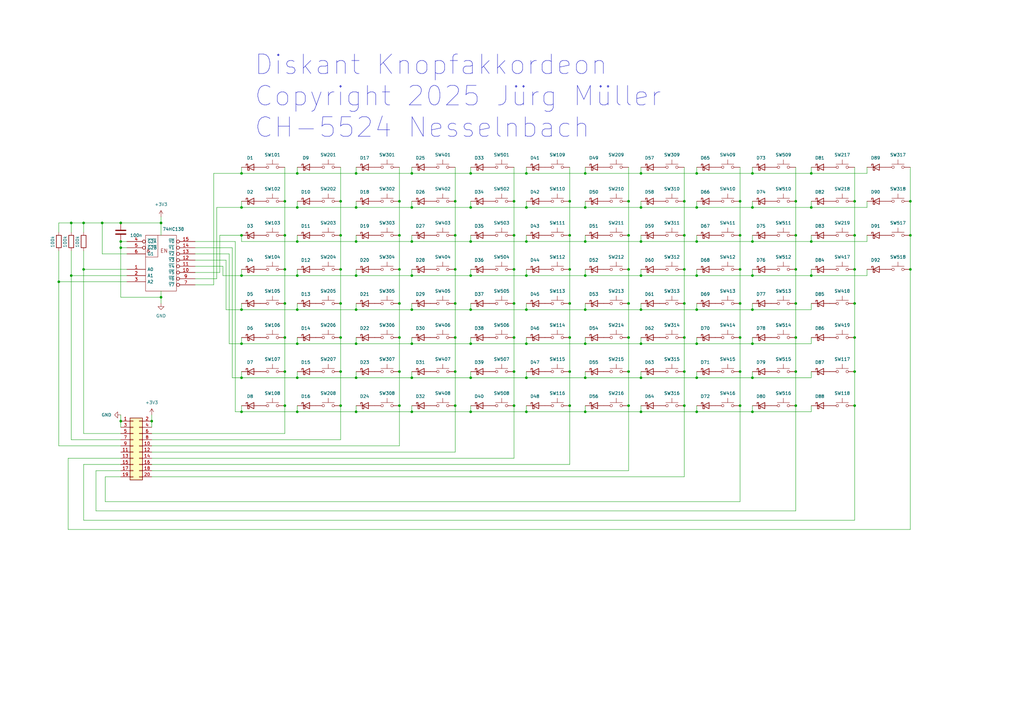
<source format=kicad_sch>
(kicad_sch (version 20211123) (generator eeschema)
  (paper "A3")
  (junction (at 168.91 168.91))
  (junction (at 186.69 124.46))
  (junction (at 308.61 113.03))
  (junction (at 332.74 113.03))
  (junction (at 99.06 113.03))
  (junction (at 285.75 140.97))
  (junction (at 99.06 85.09))
  (junction (at 332.74 99.06))
  (junction (at 146.05 85.09))
  (junction (at 215.9 113.03))
  (junction (at 146.05 168.91))
  (junction (at 326.39 96.52))
  (junction (at 99.06 154.94))
  (junction (at 99.06 127))
  (junction (at 233.68 124.46))
  (junction (at 146.05 113.03))
  (junction (at 193.04 113.03))
  (junction (at 29.21 113.03))
  (junction (at 168.91 99.06))
  (junction (at 303.53 152.4))
  (junction (at 193.04 140.97))
  (junction (at 215.9 85.09))
  (junction (at 303.53 166.37))
  (junction (at 116.84 152.4))
  (junction (at 210.82 152.4))
  (junction (at 29.21 91.44))
  (junction (at 116.84 124.46))
  (junction (at 215.9 99.06))
  (junction (at 163.83 124.46))
  (junction (at 121.92 154.94))
  (junction (at 257.81 138.43))
  (junction (at 186.69 110.49))
  (junction (at 285.75 113.03))
  (junction (at 240.03 127))
  (junction (at 285.75 168.91))
  (junction (at 257.81 166.37))
  (junction (at 163.83 166.37))
  (junction (at 233.68 152.4))
  (junction (at 215.9 168.91))
  (junction (at 240.03 85.09))
  (junction (at 240.03 168.91))
  (junction (at 116.84 96.52))
  (junction (at 215.9 71.12))
  (junction (at 163.83 82.55))
  (junction (at 193.04 71.12))
  (junction (at 308.61 99.06))
  (junction (at 186.69 166.37))
  (junction (at 139.7 96.52))
  (junction (at 257.81 124.46))
  (junction (at 24.13 115.57))
  (junction (at 262.89 85.09))
  (junction (at 240.03 113.03))
  (junction (at 350.52 96.52))
  (junction (at 121.92 127))
  (junction (at 49.53 172.72))
  (junction (at 116.84 110.49))
  (junction (at 233.68 82.55))
  (junction (at 308.61 85.09))
  (junction (at 326.39 138.43))
  (junction (at 326.39 124.46))
  (junction (at 240.03 71.12))
  (junction (at 163.83 152.4))
  (junction (at 210.82 110.49))
  (junction (at 262.89 113.03))
  (junction (at 139.7 110.49))
  (junction (at 168.91 113.03))
  (junction (at 326.39 166.37))
  (junction (at 350.52 82.55))
  (junction (at 280.67 124.46))
  (junction (at 285.75 85.09))
  (junction (at 233.68 110.49))
  (junction (at 193.04 168.91))
  (junction (at 280.67 152.4))
  (junction (at 303.53 110.49))
  (junction (at 186.69 82.55))
  (junction (at 62.23 172.72))
  (junction (at 34.29 91.44))
  (junction (at 280.67 96.52))
  (junction (at 121.92 85.09))
  (junction (at 99.06 140.97))
  (junction (at 49.53 101.6))
  (junction (at 257.81 152.4))
  (junction (at 326.39 110.49))
  (junction (at 163.83 96.52))
  (junction (at 146.05 154.94))
  (junction (at 163.83 110.49))
  (junction (at 280.67 82.55))
  (junction (at 326.39 152.4))
  (junction (at 308.61 127))
  (junction (at 285.75 99.06))
  (junction (at 262.89 71.12))
  (junction (at 332.74 71.12))
  (junction (at 257.81 82.55))
  (junction (at 99.06 168.91))
  (junction (at 233.68 138.43))
  (junction (at 262.89 99.06))
  (junction (at 210.82 166.37))
  (junction (at 139.7 124.46))
  (junction (at 49.53 99.06))
  (junction (at 139.7 166.37))
  (junction (at 233.68 166.37))
  (junction (at 262.89 140.97))
  (junction (at 308.61 168.91))
  (junction (at 186.69 152.4))
  (junction (at 193.04 85.09))
  (junction (at 139.7 138.43))
  (junction (at 262.89 127))
  (junction (at 350.52 110.49))
  (junction (at 121.92 99.06))
  (junction (at 215.9 154.94))
  (junction (at 332.74 85.09))
  (junction (at 146.05 71.12))
  (junction (at 308.61 154.94))
  (junction (at 285.75 154.94))
  (junction (at 350.52 166.37))
  (junction (at 41.91 91.44))
  (junction (at 285.75 127))
  (junction (at 168.91 71.12))
  (junction (at 163.83 138.43))
  (junction (at 233.68 96.52))
  (junction (at 240.03 154.94))
  (junction (at 186.69 96.52))
  (junction (at 373.38 96.52))
  (junction (at 168.91 154.94))
  (junction (at 193.04 99.06))
  (junction (at 240.03 140.97))
  (junction (at 373.38 110.49))
  (junction (at 49.53 91.44))
  (junction (at 240.03 99.06))
  (junction (at 66.04 91.44))
  (junction (at 193.04 154.94))
  (junction (at 350.52 152.4))
  (junction (at 308.61 140.97))
  (junction (at 116.84 138.43))
  (junction (at 66.04 121.92))
  (junction (at 121.92 113.03))
  (junction (at 34.29 110.49))
  (junction (at 373.38 82.55))
  (junction (at 146.05 140.97))
  (junction (at 303.53 138.43))
  (junction (at 168.91 127))
  (junction (at 121.92 71.12))
  (junction (at 215.9 127))
  (junction (at 168.91 85.09))
  (junction (at 350.52 124.46))
  (junction (at 99.06 96.52))
  (junction (at 168.91 140.97))
  (junction (at 99.06 71.12))
  (junction (at 116.84 82.55))
  (junction (at 146.05 99.06))
  (junction (at 121.92 168.91))
  (junction (at 121.92 140.97))
  (junction (at 193.04 127))
  (junction (at 262.89 154.94))
  (junction (at 262.89 168.91))
  (junction (at 116.84 166.37))
  (junction (at 280.67 166.37))
  (junction (at 210.82 124.46))
  (junction (at 215.9 140.97))
  (junction (at 257.81 110.49))
  (junction (at 308.61 71.12))
  (junction (at 303.53 96.52))
  (junction (at 210.82 138.43))
  (junction (at 146.05 127))
  (junction (at 303.53 124.46))
  (junction (at 350.52 138.43))
  (junction (at 210.82 96.52))
  (junction (at 210.82 82.55))
  (junction (at 186.69 138.43))
  (junction (at 139.7 82.55))
  (junction (at 257.81 96.52))
  (junction (at 326.39 82.55))
  (junction (at 303.53 82.55))
  (junction (at 280.67 110.49))
  (junction (at 139.7 152.4))
  (junction (at 280.67 138.43))
  (junction (at 285.75 71.12))
  (wire (pts (xy 92.71 127) (xy 99.06 127)))
  (wire (pts (xy 139.7 82.55) (xy 139.7 96.52)))
  (wire (pts (xy 168.91 154.94) (xy 193.04 154.94)))
  (wire (pts (xy 146.05 71.12) (xy 168.91 71.12)))
  (wire (pts (xy 308.61 152.4) (xy 308.61 154.94)))
  (wire (pts (xy 96.52 99.06) (xy 96.52 168.91)))
  (wire (pts (xy 163.83 182.88) (xy 62.23 182.88)))
  (wire (pts (xy 193.04 113.03) (xy 215.9 113.03)))
  (wire (pts (xy 95.25 101.6) (xy 95.25 154.94)))
  (wire (pts (xy 146.05 140.97) (xy 168.91 140.97)))
  (wire (pts (xy 116.84 138.43) (xy 116.84 152.4)))
  (wire (pts (xy 262.89 168.91) (xy 285.75 168.91)))
  (wire (pts (xy 99.06 110.49) (xy 99.06 113.03)))
  (wire (pts (xy 262.89 99.06) (xy 285.75 99.06)))
  (wire (pts (xy 285.75 71.12) (xy 308.61 71.12)))
  (wire (pts (xy 24.13 115.57) (xy 24.13 102.87)))
  (wire (pts (xy 121.92 124.46) (xy 121.92 127)))
  (wire (pts (xy 257.81 82.55) (xy 257.81 96.52)))
  (wire (pts (xy 215.9 82.55) (xy 215.9 85.09)))
  (wire (pts (xy 146.05 168.91) (xy 168.91 168.91)))
  (wire (pts (xy 215.9 124.46) (xy 215.9 127)))
  (wire (pts (xy 49.53 121.92) (xy 66.04 121.92)))
  (wire (pts (xy 99.06 113.03) (xy 121.92 113.03)))
  (wire (pts (xy 146.05 138.43) (xy 146.05 140.97)))
  (wire (pts (xy 257.81 96.52) (xy 257.81 110.49)))
  (wire (pts (xy 210.82 152.4) (xy 210.82 166.37)))
  (wire (pts (xy 210.82 68.58) (xy 210.82 82.55)))
  (wire (pts (xy 139.7 110.49) (xy 139.7 124.46)))
  (wire (pts (xy 326.39 68.58) (xy 326.39 82.55)))
  (wire (pts (xy 262.89 82.55) (xy 262.89 85.09)))
  (wire (pts (xy 215.9 110.49) (xy 215.9 113.03)))
  (wire (pts (xy 262.89 96.52) (xy 262.89 99.06)))
  (wire (pts (xy 116.84 96.52) (xy 116.84 110.49)))
  (wire (pts (xy 332.74 124.46) (xy 332.74 127)))
  (wire (pts (xy 121.92 110.49) (xy 121.92 113.03)))
  (wire (pts (xy 34.29 110.49) (xy 34.29 177.8)))
  (wire (pts (xy 308.61 85.09) (xy 332.74 85.09)))
  (wire (pts (xy 88.9 114.3) (xy 88.9 85.09)))
  (wire (pts (xy 257.81 124.46) (xy 257.81 138.43)))
  (wire (pts (xy 43.18 195.58) (xy 49.53 195.58)))
  (wire (pts (xy 240.03 138.43) (xy 240.03 140.97)))
  (wire (pts (xy 27.94 217.17) (xy 27.94 187.96)))
  (wire (pts (xy 285.75 68.58) (xy 285.75 71.12)))
  (wire (pts (xy 193.04 152.4) (xy 193.04 154.94)))
  (wire (pts (xy 285.75 85.09) (xy 308.61 85.09)))
  (wire (pts (xy 350.52 96.52) (xy 350.52 110.49)))
  (wire (pts (xy 332.74 85.09) (xy 355.6 85.09)))
  (wire (pts (xy 215.9 168.91) (xy 240.03 168.91)))
  (wire (pts (xy 146.05 96.52) (xy 146.05 99.06)))
  (wire (pts (xy 52.07 99.06) (xy 49.53 99.06)))
  (wire (pts (xy 332.74 99.06) (xy 355.6 99.06)))
  (wire (pts (xy 168.91 85.09) (xy 193.04 85.09)))
  (wire (pts (xy 280.67 124.46) (xy 280.67 138.43)))
  (wire (pts (xy 326.39 138.43) (xy 326.39 152.4)))
  (wire (pts (xy 193.04 82.55) (xy 193.04 85.09)))
  (wire (pts (xy 240.03 152.4) (xy 240.03 154.94)))
  (wire (pts (xy 215.9 140.97) (xy 240.03 140.97)))
  (wire (pts (xy 186.69 96.52) (xy 186.69 110.49)))
  (wire (pts (xy 186.69 166.37) (xy 186.69 185.42)))
  (wire (pts (xy 146.05 166.37) (xy 146.05 168.91)))
  (wire (pts (xy 139.7 180.34) (xy 62.23 180.34)))
  (wire (pts (xy 186.69 138.43) (xy 186.69 152.4)))
  (wire (pts (xy 326.39 166.37) (xy 326.39 209.55)))
  (wire (pts (xy 193.04 85.09) (xy 215.9 85.09)))
  (wire (pts (xy 62.23 172.72) (xy 62.23 175.26)))
  (wire (pts (xy 303.53 82.55) (xy 303.53 96.52)))
  (wire (pts (xy 215.9 138.43) (xy 215.9 140.97)))
  (wire (pts (xy 240.03 127) (xy 262.89 127)))
  (wire (pts (xy 24.13 115.57) (xy 24.13 182.88)))
  (wire (pts (xy 332.74 96.52) (xy 332.74 99.06)))
  (wire (pts (xy 308.61 168.91) (xy 332.74 168.91)))
  (wire (pts (xy 116.84 124.46) (xy 116.84 138.43)))
  (wire (pts (xy 240.03 71.12) (xy 262.89 71.12)))
  (wire (pts (xy 34.29 177.8) (xy 49.53 177.8)))
  (wire (pts (xy 27.94 187.96) (xy 49.53 187.96)))
  (wire (pts (xy 262.89 152.4) (xy 262.89 154.94)))
  (wire (pts (xy 193.04 99.06) (xy 215.9 99.06)))
  (wire (pts (xy 99.06 168.91) (xy 121.92 168.91)))
  (wire (pts (xy 121.92 113.03) (xy 146.05 113.03)))
  (wire (pts (xy 168.91 96.52) (xy 168.91 99.06)))
  (wire (pts (xy 121.92 82.55) (xy 121.92 85.09)))
  (wire (pts (xy 262.89 127) (xy 285.75 127)))
  (wire (pts (xy 210.82 166.37) (xy 210.82 187.96)))
  (wire (pts (xy 168.91 82.55) (xy 168.91 85.09)))
  (wire (pts (xy 210.82 138.43) (xy 210.82 152.4)))
  (wire (pts (xy 168.91 138.43) (xy 168.91 140.97)))
  (wire (pts (xy 308.61 82.55) (xy 308.61 85.09)))
  (wire (pts (xy 215.9 68.58) (xy 215.9 71.12)))
  (wire (pts (xy 215.9 85.09) (xy 240.03 85.09)))
  (wire (pts (xy 146.05 110.49) (xy 146.05 113.03)))
  (wire (pts (xy 303.53 166.37) (xy 303.53 205.74)))
  (wire (pts (xy 168.91 168.91) (xy 193.04 168.91)))
  (wire (pts (xy 240.03 113.03) (xy 262.89 113.03)))
  (wire (pts (xy 193.04 166.37) (xy 193.04 168.91)))
  (wire (pts (xy 99.06 154.94) (xy 121.92 154.94)))
  (wire (pts (xy 49.53 91.44) (xy 66.04 91.44)))
  (wire (pts (xy 99.06 68.58) (xy 99.06 71.12)))
  (wire (pts (xy 66.04 121.92) (xy 66.04 124.46)))
  (wire (pts (xy 210.82 82.55) (xy 210.82 96.52)))
  (wire (pts (xy 34.29 91.44) (xy 29.21 91.44)))
  (wire (pts (xy 121.92 166.37) (xy 121.92 168.91)))
  (wire (pts (xy 99.06 71.12) (xy 121.92 71.12)))
  (wire (pts (xy 116.84 82.55) (xy 116.84 96.52)))
  (wire (pts (xy 326.39 152.4) (xy 326.39 166.37)))
  (wire (pts (xy 262.89 166.37) (xy 262.89 168.91)))
  (wire (pts (xy 93.98 104.14) (xy 93.98 140.97)))
  (wire (pts (xy 121.92 154.94) (xy 146.05 154.94)))
  (wire (pts (xy 233.68 96.52) (xy 233.68 110.49)))
  (wire (pts (xy 116.84 166.37) (xy 116.84 177.8)))
  (wire (pts (xy 303.53 152.4) (xy 303.53 166.37)))
  (wire (pts (xy 332.74 68.58) (xy 332.74 71.12)))
  (wire (pts (xy 210.82 187.96) (xy 62.23 187.96)))
  (wire (pts (xy 350.52 138.43) (xy 350.52 152.4)))
  (wire (pts (xy 168.91 71.12) (xy 193.04 71.12)))
  (wire (pts (xy 240.03 110.49) (xy 240.03 113.03)))
  (wire (pts (xy 121.92 138.43) (xy 121.92 140.97)))
  (wire (pts (xy 257.81 152.4) (xy 257.81 166.37)))
  (wire (pts (xy 308.61 68.58) (xy 308.61 71.12)))
  (wire (pts (xy 80.01 99.06) (xy 96.52 99.06)))
  (wire (pts (xy 168.91 113.03) (xy 193.04 113.03)))
  (wire (pts (xy 163.83 152.4) (xy 163.83 166.37)))
  (wire (pts (xy 163.83 138.43) (xy 163.83 152.4)))
  (wire (pts (xy 280.67 166.37) (xy 280.67 195.58)))
  (wire (pts (xy 355.6 110.49) (xy 355.6 113.03)))
  (wire (pts (xy 262.89 71.12) (xy 285.75 71.12)))
  (wire (pts (xy 215.9 99.06) (xy 240.03 99.06)))
  (wire (pts (xy 350.52 110.49) (xy 350.52 124.46)))
  (wire (pts (xy 262.89 68.58) (xy 262.89 71.12)))
  (wire (pts (xy 95.25 154.94) (xy 99.06 154.94)))
  (wire (pts (xy 215.9 152.4) (xy 215.9 154.94)))
  (wire (pts (xy 285.75 82.55) (xy 285.75 85.09)))
  (wire (pts (xy 240.03 124.46) (xy 240.03 127)))
  (wire (pts (xy 186.69 68.58) (xy 186.69 82.55)))
  (wire (pts (xy 215.9 96.52) (xy 215.9 99.06)))
  (wire (pts (xy 308.61 154.94) (xy 332.74 154.94)))
  (wire (pts (xy 99.06 99.06) (xy 121.92 99.06)))
  (wire (pts (xy 121.92 168.91) (xy 146.05 168.91)))
  (wire (pts (xy 163.83 110.49) (xy 163.83 124.46)))
  (wire (pts (xy 262.89 140.97) (xy 285.75 140.97)))
  (wire (pts (xy 210.82 124.46) (xy 210.82 138.43)))
  (wire (pts (xy 280.67 195.58) (xy 62.23 195.58)))
  (wire (pts (xy 373.38 82.55) (xy 373.38 96.52)))
  (wire (pts (xy 146.05 99.06) (xy 168.91 99.06)))
  (wire (pts (xy 41.91 91.44) (xy 41.91 104.14)))
  (wire (pts (xy 280.67 138.43) (xy 280.67 152.4)))
  (wire (pts (xy 121.92 71.12) (xy 146.05 71.12)))
  (wire (pts (xy 262.89 154.94) (xy 285.75 154.94)))
  (wire (pts (xy 280.67 82.55) (xy 280.67 96.52)))
  (wire (pts (xy 350.52 213.36) (xy 34.29 213.36)))
  (wire (pts (xy 139.7 166.37) (xy 139.7 180.34)))
  (wire (pts (xy 285.75 99.06) (xy 308.61 99.06)))
  (wire (pts (xy 233.68 124.46) (xy 233.68 138.43)))
  (wire (pts (xy 186.69 110.49) (xy 186.69 124.46)))
  (wire (pts (xy 308.61 99.06) (xy 332.74 99.06)))
  (wire (pts (xy 193.04 124.46) (xy 193.04 127)))
  (wire (pts (xy 285.75 96.52) (xy 285.75 99.06)))
  (wire (pts (xy 92.71 106.68) (xy 92.71 127)))
  (wire (pts (xy 34.29 110.49) (xy 52.07 110.49)))
  (wire (pts (xy 233.68 190.5) (xy 62.23 190.5)))
  (wire (pts (xy 29.21 91.44) (xy 29.21 95.25)))
  (wire (pts (xy 168.91 166.37) (xy 168.91 168.91)))
  (wire (pts (xy 193.04 68.58) (xy 193.04 71.12)))
  (wire (pts (xy 350.52 124.46) (xy 350.52 138.43)))
  (wire (pts (xy 308.61 138.43) (xy 308.61 140.97)))
  (wire (pts (xy 39.37 209.55) (xy 39.37 193.04)))
  (wire (pts (xy 52.07 104.14) (xy 41.91 104.14)))
  (wire (pts (xy 303.53 96.52) (xy 303.53 110.49)))
  (wire (pts (xy 233.68 152.4) (xy 233.68 166.37)))
  (wire (pts (xy 257.81 193.04) (xy 62.23 193.04)))
  (wire (pts (xy 332.74 152.4) (xy 332.74 154.94)))
  (wire (pts (xy 332.74 166.37) (xy 332.74 168.91)))
  (wire (pts (xy 285.75 124.46) (xy 285.75 127)))
  (wire (pts (xy 88.9 85.09) (xy 99.06 85.09)))
  (wire (pts (xy 193.04 110.49) (xy 193.04 113.03)))
  (wire (pts (xy 121.92 96.52) (xy 121.92 99.06)))
  (wire (pts (xy 91.44 113.03) (xy 99.06 113.03)))
  (wire (pts (xy 121.92 68.58) (xy 121.92 71.12)))
  (wire (pts (xy 116.84 110.49) (xy 116.84 124.46)))
  (wire (pts (xy 186.69 82.55) (xy 186.69 96.52)))
  (wire (pts (xy 99.06 124.46) (xy 99.06 127)))
  (wire (pts (xy 326.39 82.55) (xy 326.39 96.52)))
  (wire (pts (xy 139.7 96.52) (xy 139.7 110.49)))
  (wire (pts (xy 355.6 82.55) (xy 355.6 85.09)))
  (wire (pts (xy 193.04 138.43) (xy 193.04 140.97)))
  (wire (pts (xy 66.04 88.9) (xy 66.04 91.44)))
  (wire (pts (xy 163.83 124.46) (xy 163.83 138.43)))
  (wire (pts (xy 285.75 140.97) (xy 308.61 140.97)))
  (wire (pts (xy 146.05 124.46) (xy 146.05 127)))
  (wire (pts (xy 308.61 124.46) (xy 308.61 127)))
  (wire (pts (xy 91.44 109.22) (xy 91.44 113.03)))
  (wire (pts (xy 373.38 96.52) (xy 373.38 110.49)))
  (wire (pts (xy 215.9 113.03) (xy 240.03 113.03)))
  (wire (pts (xy 80.01 104.14) (xy 93.98 104.14)))
  (wire (pts (xy 262.89 138.43) (xy 262.89 140.97)))
  (wire (pts (xy 257.81 110.49) (xy 257.81 124.46)))
  (wire (pts (xy 66.04 91.44) (xy 66.04 96.52)))
  (wire (pts (xy 41.91 91.44) (xy 49.53 91.44)))
  (wire (pts (xy 285.75 127) (xy 308.61 127)))
  (wire (pts (xy 186.69 185.42) (xy 62.23 185.42)))
  (wire (pts (xy 303.53 110.49) (xy 303.53 124.46)))
  (wire (pts (xy 262.89 110.49) (xy 262.89 113.03)))
  (wire (pts (xy 121.92 85.09) (xy 146.05 85.09)))
  (wire (pts (xy 80.01 116.84) (xy 87.63 116.84)))
  (wire (pts (xy 215.9 166.37) (xy 215.9 168.91)))
  (wire (pts (xy 34.29 91.44) (xy 41.91 91.44)))
  (wire (pts (xy 240.03 140.97) (xy 262.89 140.97)))
  (wire (pts (xy 146.05 154.94) (xy 168.91 154.94)))
  (wire (pts (xy 87.63 116.84) (xy 87.63 71.12)))
  (wire (pts (xy 121.92 140.97) (xy 146.05 140.97)))
  (wire (pts (xy 257.81 166.37) (xy 257.81 193.04)))
  (wire (pts (xy 285.75 168.91) (xy 308.61 168.91)))
  (wire (pts (xy 373.38 68.58) (xy 373.38 82.55)))
  (wire (pts (xy 308.61 127) (xy 332.74 127)))
  (wire (pts (xy 233.68 82.55) (xy 233.68 96.52)))
  (wire (pts (xy 146.05 113.03) (xy 168.91 113.03)))
  (wire (pts (xy 139.7 124.46) (xy 139.7 138.43)))
  (wire (pts (xy 49.53 170.18) (xy 49.53 172.72)))
  (wire (pts (xy 285.75 166.37) (xy 285.75 168.91)))
  (wire (pts (xy 29.21 113.03) (xy 29.21 180.34)))
  (wire (pts (xy 215.9 71.12) (xy 240.03 71.12)))
  (wire (pts (xy 332.74 110.49) (xy 332.74 113.03)))
  (wire (pts (xy 262.89 113.03) (xy 285.75 113.03)))
  (wire (pts (xy 168.91 140.97) (xy 193.04 140.97)))
  (wire (pts (xy 49.53 101.6) (xy 52.07 101.6)))
  (wire (pts (xy 139.7 68.58) (xy 139.7 82.55)))
  (wire (pts (xy 87.63 71.12) (xy 99.06 71.12)))
  (wire (pts (xy 210.82 96.52) (xy 210.82 110.49)))
  (wire (pts (xy 168.91 68.58) (xy 168.91 71.12)))
  (wire (pts (xy 332.74 138.43) (xy 332.74 140.97)))
  (wire (pts (xy 303.53 124.46) (xy 303.53 138.43)))
  (wire (pts (xy 308.61 166.37) (xy 308.61 168.91)))
  (wire (pts (xy 285.75 152.4) (xy 285.75 154.94)))
  (wire (pts (xy 163.83 68.58) (xy 163.83 82.55)))
  (wire (pts (xy 193.04 127) (xy 215.9 127)))
  (wire (pts (xy 350.52 82.55) (xy 350.52 96.52)))
  (wire (pts (xy 240.03 85.09) (xy 262.89 85.09)))
  (wire (pts (xy 80.01 114.3) (xy 88.9 114.3)))
  (wire (pts (xy 210.82 110.49) (xy 210.82 124.46)))
  (wire (pts (xy 280.67 110.49) (xy 280.67 124.46)))
  (wire (pts (xy 168.91 152.4) (xy 168.91 154.94)))
  (wire (pts (xy 52.07 115.57) (xy 24.13 115.57)))
  (wire (pts (xy 193.04 140.97) (xy 215.9 140.97)))
  (wire (pts (xy 146.05 85.09) (xy 168.91 85.09)))
  (wire (pts (xy 308.61 140.97) (xy 332.74 140.97)))
  (wire (pts (xy 99.06 138.43) (xy 99.06 140.97)))
  (wire (pts (xy 373.38 217.17) (xy 27.94 217.17)))
  (wire (pts (xy 49.53 101.6) (xy 49.53 121.92)))
  (wire (pts (xy 303.53 68.58) (xy 303.53 82.55)))
  (wire (pts (xy 233.68 166.37) (xy 233.68 190.5)))
  (wire (pts (xy 240.03 68.58) (xy 240.03 71.12)))
  (wire (pts (xy 186.69 152.4) (xy 186.69 166.37)))
  (wire (pts (xy 303.53 205.74) (xy 43.18 205.74)))
  (wire (pts (xy 116.84 152.4) (xy 116.84 166.37)))
  (wire (pts (xy 332.74 113.03) (xy 355.6 113.03)))
  (wire (pts (xy 52.07 113.03) (xy 29.21 113.03)))
  (wire (pts (xy 146.05 152.4) (xy 146.05 154.94)))
  (wire (pts (xy 24.13 182.88) (xy 49.53 182.88)))
  (wire (pts (xy 280.67 96.52) (xy 280.67 110.49)))
  (wire (pts (xy 186.69 124.46) (xy 186.69 138.43)))
  (wire (pts (xy 193.04 96.52) (xy 193.04 99.06)))
  (wire (pts (xy 240.03 168.91) (xy 262.89 168.91)))
  (wire (pts (xy 163.83 166.37) (xy 163.83 182.88)))
  (wire (pts (xy 373.38 110.49) (xy 373.38 217.17)))
  (wire (pts (xy 326.39 124.46) (xy 326.39 138.43)))
  (wire (pts (xy 308.61 71.12) (xy 332.74 71.12)))
  (wire (pts (xy 139.7 152.4) (xy 139.7 166.37)))
  (wire (pts (xy 350.52 68.58) (xy 350.52 82.55)))
  (wire (pts (xy 332.74 82.55) (xy 332.74 85.09)))
  (wire (pts (xy 168.91 127) (xy 193.04 127)))
  (wire (pts (xy 99.06 127) (xy 121.92 127)))
  (wire (pts (xy 233.68 138.43) (xy 233.68 152.4)))
  (wire (pts (xy 350.52 166.37) (xy 350.52 213.36)))
  (wire (pts (xy 99.06 82.55) (xy 99.06 85.09)))
  (wire (pts (xy 96.52 168.91) (xy 99.06 168.91)))
  (wire (pts (xy 262.89 85.09) (xy 285.75 85.09)))
  (wire (pts (xy 193.04 168.91) (xy 215.9 168.91)))
  (wire (pts (xy 240.03 154.94) (xy 262.89 154.94)))
  (wire (pts (xy 121.92 127) (xy 146.05 127)))
  (wire (pts (xy 146.05 82.55) (xy 146.05 85.09)))
  (wire (pts (xy 163.83 82.55) (xy 163.83 96.52)))
  (wire (pts (xy 39.37 193.04) (xy 49.53 193.04)))
  (wire (pts (xy 240.03 96.52) (xy 240.03 99.06)))
  (wire (pts (xy 168.91 124.46) (xy 168.91 127)))
  (wire (pts (xy 285.75 110.49) (xy 285.75 113.03)))
  (wire (pts (xy 285.75 113.03) (xy 308.61 113.03)))
  (wire (pts (xy 240.03 82.55) (xy 240.03 85.09)))
  (wire (pts (xy 240.03 99.06) (xy 262.89 99.06)))
  (wire (pts (xy 80.01 101.6) (xy 95.25 101.6)))
  (wire (pts (xy 233.68 110.49) (xy 233.68 124.46)))
  (wire (pts (xy 146.05 127) (xy 168.91 127)))
  (wire (pts (xy 80.01 109.22) (xy 91.44 109.22)))
  (wire (pts (xy 90.17 111.76) (xy 90.17 96.52)))
  (wire (pts (xy 99.06 96.52) (xy 99.06 99.06)))
  (wire (pts (xy 29.21 113.03) (xy 29.21 102.87)))
  (wire (pts (xy 326.39 110.49) (xy 326.39 124.46)))
  (wire (pts (xy 308.61 113.03) (xy 332.74 113.03)))
  (wire (pts (xy 280.67 152.4) (xy 280.67 166.37)))
  (wire (pts (xy 355.6 68.58) (xy 355.6 71.12)))
  (wire (pts (xy 193.04 154.94) (xy 215.9 154.94)))
  (wire (pts (xy 121.92 99.06) (xy 146.05 99.06)))
  (wire (pts (xy 355.6 96.52) (xy 355.6 99.06)))
  (wire (pts (xy 116.84 68.58) (xy 116.84 82.55)))
  (wire (pts (xy 168.91 110.49) (xy 168.91 113.03)))
  (wire (pts (xy 168.91 99.06) (xy 193.04 99.06)))
  (wire (pts (xy 24.13 91.44) (xy 24.13 95.25)))
  (wire (pts (xy 303.53 138.43) (xy 303.53 152.4)))
  (wire (pts (xy 29.21 91.44) (xy 24.13 91.44)))
  (wire (pts (xy 350.52 152.4) (xy 350.52 166.37)))
  (wire (pts (xy 90.17 96.52) (xy 99.06 96.52)))
  (wire (pts (xy 332.74 71.12) (xy 355.6 71.12)))
  (wire (pts (xy 215.9 154.94) (xy 240.03 154.94)))
  (wire (pts (xy 34.29 190.5) (xy 49.53 190.5)))
  (wire (pts (xy 29.21 180.34) (xy 49.53 180.34)))
  (wire (pts (xy 66.04 119.38) (xy 66.04 121.92)))
  (wire (pts (xy 215.9 127) (xy 240.03 127)))
  (wire (pts (xy 34.29 91.44) (xy 34.29 95.25)))
  (wire (pts (xy 326.39 96.52) (xy 326.39 110.49)))
  (wire (pts (xy 34.29 213.36) (xy 34.29 190.5)))
  (wire (pts (xy 240.03 166.37) (xy 240.03 168.91)))
  (wire (pts (xy 99.06 85.09) (xy 121.92 85.09)))
  (wire (pts (xy 34.29 102.87) (xy 34.29 110.49)))
  (wire (pts (xy 139.7 138.43) (xy 139.7 152.4)))
  (wire (pts (xy 308.61 110.49) (xy 308.61 113.03)))
  (wire (pts (xy 285.75 138.43) (xy 285.75 140.97)))
  (wire (pts (xy 99.06 166.37) (xy 99.06 168.91)))
  (wire (pts (xy 163.83 96.52) (xy 163.83 110.49)))
  (wire (pts (xy 233.68 68.58) (xy 233.68 82.55)))
  (wire (pts (xy 262.89 124.46) (xy 262.89 127)))
  (wire (pts (xy 43.18 205.74) (xy 43.18 195.58)))
  (wire (pts (xy 116.84 177.8) (xy 62.23 177.8)))
  (wire (pts (xy 80.01 106.68) (xy 92.71 106.68)))
  (wire (pts (xy 257.81 68.58) (xy 257.81 82.55)))
  (wire (pts (xy 121.92 152.4) (xy 121.92 154.94)))
  (wire (pts (xy 146.05 68.58) (xy 146.05 71.12)))
  (wire (pts (xy 257.81 138.43) (xy 257.81 152.4)))
  (wire (pts (xy 326.39 209.55) (xy 39.37 209.55)))
  (wire (pts (xy 308.61 96.52) (xy 308.61 99.06)))
  (wire (pts (xy 280.67 68.58) (xy 280.67 82.55)))
  (wire (pts (xy 99.06 152.4) (xy 99.06 154.94)))
  (wire (pts (xy 80.01 111.76) (xy 90.17 111.76)))
  (wire (pts (xy 49.53 172.72) (xy 49.53 175.26)))
  (wire (pts (xy 99.06 140.97) (xy 121.92 140.97)))
  (wire (pts (xy 93.98 140.97) (xy 99.06 140.97)))
  (wire (pts (xy 62.23 170.18) (xy 62.23 172.72)))
  (wire (pts (xy 49.53 99.06) (xy 49.53 101.6)))
  (wire (pts (xy 285.75 154.94) (xy 308.61 154.94)))
  (wire (pts (xy 193.04 71.12) (xy 215.9 71.12)))
  (text "Diskant Knopfakkordeon\nCopyright 2025 Jürg Müller\nCH-5524 Nesselnbach" (at 104.14 57.15 0) (effects (font (size 8 8)) (justify left bottom)))
  (symbol (lib_id "JM_Library:SW_Cherry") (at 205.74 124.46 0) (unit 1)
    (property "Reference" "SW505" (at 205.74 119.38 0))
    (property "Value" "SW_Cherry" (effects hide))
    (property "Footprint" "MyLibrary:SW_Cherry_MX_1.00u_Plate" (effects hide))
  )
  (symbol (lib_id "Device:D_Schottky") (at 149.86 166.37 0) (unit 1)
    (property "Reference" "D24" (at 149.5425 162.56 0))
    (property "Value" "D_Schottky" (effects hide))
    (property "Footprint" "MyLibrary:D_DO-35_SOD27_P7.62mm_Horizontal" (effects hide))
  )
  (symbol (lib_id "Device:D_Schottky") (at 196.85 152.4 0) (unit 1)
    (property "Reference" "D39" (at 196.5325 148.59 0))
    (property "Value" "D_Schottky" (effects hide))
    (property "Footprint" "MyLibrary:D_DO-35_SOD27_P7.62mm_Horizontal" (effects hide))
  )
  (symbol (lib_id "JM_Library:SW_Cherry") (at 134.62 124.46 0) (unit 1)
    (property "Reference" "SW205" (at 134.62 119.38 0))
    (property "Value" "SW_Cherry" (effects hide))
    (property "Footprint" "MyLibrary:SW_Cherry_MX_1.00u_Plate" (effects hide))
  )
  (symbol (lib_id "JM_Library:SW_Cherry") (at 111.76 110.49 0) (unit 1)
    (property "Reference" "SW104" (at 111.76 105.41 0))
    (property "Value" "SW_Cherry" (effects hide))
    (property "Footprint" "MyLibrary:SW_Cherry_MX_1.00u_Plate" (effects hide))
  )
  (symbol (lib_id "Device:D_Schottky") (at 289.56 96.52 0) (unit 1)
    (property "Reference" "D67" (at 289.2425 92.71 0))
    (property "Value" "D_Schottky" (effects hide))
    (property "Footprint" "MyLibrary:D_DO-35_SOD27_P7.62mm_Horizontal" (effects hide))
  )
  (symbol (lib_id "JM_Library:SW_Cherry") (at 205.74 82.55 0) (unit 1)
    (property "Reference" "SW502" (at 205.74 77.47 0))
    (property "Value" "SW_Cherry" (effects hide))
    (property "Footprint" "MyLibrary:SW_Cherry_MX_1.00u_Plate" (effects hide))
  )
  (symbol (lib_id "Device:D_Schottky") (at 125.73 166.37 0) (unit 1)
    (property "Reference" "D16" (at 125.4125 162.56 0))
    (property "Value" "D_Schottky" (effects hide))
    (property "Footprint" "MyLibrary:D_DO-35_SOD27_P7.62mm_Horizontal" (effects hide))
  )
  (symbol (lib_id "JM_Library:SW_Cherry") (at 205.74 68.58 0) (unit 1)
    (property "Reference" "SW501" (at 205.74 63.5 0))
    (property "Value" "SW_Cherry" (effects hide))
    (property "Footprint" "MyLibrary:SW_Cherry_MX_1.00u_Plate" (effects hide))
  )
  (symbol (lib_id "Device:D_Schottky") (at 196.85 110.49 0) (unit 1)
    (property "Reference" "D36" (at 196.5325 106.68 0))
    (property "Value" "D_Schottky" (effects hide))
    (property "Footprint" "MyLibrary:D_DO-35_SOD27_P7.62mm_Horizontal" (effects hide))
  )
  (symbol (lib_id "Device:D_Schottky") (at 243.84 152.4 0) (unit 1)
    (property "Reference" "D55" (at 243.5225 148.59 0))
    (property "Value" "D_Schottky" (effects hide))
    (property "Footprint" "MyLibrary:D_DO-35_SOD27_P7.62mm_Horizontal" (effects hide))
  )
  (symbol (lib_id "JM_Library:SW_Cherry") (at 298.45 96.52 0) (unit 1)
    (property "Reference" "SW411" (at 298.45 91.44 0))
    (property "Value" "SW_Cherry" (effects hide))
    (property "Footprint" "MyLibrary:SW_Cherry_MX_1.00u_Plate" (effects hide))
  )
  (symbol (lib_id "JM_Library:SW_Cherry") (at 252.73 166.37 0) (unit 1)
    (property "Reference" "SW216" (at 252.73 161.29 0))
    (property "Value" "SW_Cherry" (effects hide))
    (property "Footprint" "MyLibrary:SW_Cherry_MX_1.00u_Plate" (effects hide))
  )
  (symbol (lib_id "Device:D_Schottky") (at 102.87 68.58 0) (unit 1)
    (property "Reference" "D1" (at 102.5525 64.77 0))
    (property "Value" "D_Schottky" (effects hide))
    (property "Footprint" "MyLibrary:D_DO-35_SOD27_P7.62mm_Horizontal" (effects hide))
  )
  (symbol (lib_id "Device:D_Schottky") (at 125.73 82.55 0) (unit 1)
    (property "Reference" "D10" (at 125.4125 78.74 0))
    (property "Value" "D_Schottky" (effects hide))
    (property "Footprint" "MyLibrary:D_DO-35_SOD27_P7.62mm_Horizontal" (effects hide))
  )
  (symbol (lib_id "JM_Library:SW_Cherry") (at 345.44 96.52 0) (unit 1)
    (property "Reference" "SW219" (at 345.44 91.44 0))
    (property "Value" "SW_Cherry" (effects hide))
    (property "Footprint" "MyLibrary:SW_Cherry_MX_1.00u_Plate" (effects hide))
  )
  (symbol (lib_id "Device:D_Schottky") (at 289.56 124.46 0) (unit 1)
    (property "Reference" "D69" (at 289.2425 120.65 0))
    (property "Value" "D_Schottky" (effects hide))
    (property "Footprint" "MyLibrary:D_DO-35_SOD27_P7.62mm_Horizontal" (effects hide))
  )
  (symbol (lib_id "Device:D_Schottky") (at 149.86 82.55 0) (unit 1)
    (property "Reference" "D18" (at 149.5425 78.74 0))
    (property "Value" "D_Schottky" (effects hide))
    (property "Footprint" "MyLibrary:D_DO-35_SOD27_P7.62mm_Horizontal" (effects hide))
  )
  (symbol (lib_id "JM_Library:SW_Cherry") (at 321.31 124.46 0) (unit 1)
    (property "Reference" "SW513" (at 321.31 119.38 0))
    (property "Value" "SW_Cherry" (effects hide))
    (property "Footprint" "MyLibrary:SW_Cherry_MX_1.00u_Plate" (effects hide))
  )
  (symbol (lib_id "Device:D_Schottky") (at 219.71 124.46 0) (unit 1)
    (property "Reference" "D45" (at 219.3925 120.65 0))
    (property "Value" "D_Schottky" (effects hide))
    (property "Footprint" "MyLibrary:D_DO-35_SOD27_P7.62mm_Horizontal" (effects hide))
  )
  (symbol (lib_id "Device:D_Schottky") (at 172.72 96.52 0) (unit 1)
    (property "Reference" "D27" (at 172.4025 92.71 0))
    (property "Value" "D_Schottky" (effects hide))
    (property "Footprint" "MyLibrary:D_DO-35_SOD27_P7.62mm_Horizontal" (effects hide))
  )
  (symbol (lib_id "Device:D_Schottky") (at 243.84 96.52 0) (unit 1)
    (property "Reference" "D51" (at 243.5225 92.71 0))
    (property "Value" "D_Schottky" (effects hide))
    (property "Footprint" "MyLibrary:D_DO-35_SOD27_P7.62mm_Horizontal" (effects hide))
  )
  (symbol (lib_id "JM_Library:SW_Cherry") (at 252.73 110.49 0) (unit 1)
    (property "Reference" "SW212" (at 252.73 105.41 0))
    (property "Value" "SW_Cherry" (effects hide))
    (property "Footprint" "MyLibrary:SW_Cherry_MX_1.00u_Plate" (effects hide))
  )
  (symbol (lib_id "JM_Library:SW_Cherry") (at 181.61 96.52 0) (unit 1)
    (property "Reference" "SW403" (at 181.61 91.44 0))
    (property "Value" "SW_Cherry" (effects hide))
    (property "Footprint" "MyLibrary:SW_Cherry_MX_1.00u_Plate" (effects hide))
  )
  (symbol (lib_id "JM_Library:SW_Cherry") (at 158.75 124.46 0) (unit 1)
    (property "Reference" "SW305" (at 158.75 119.38 0))
    (property "Value" "SW_Cherry" (effects hide))
    (property "Footprint" "MyLibrary:SW_Cherry_MX_1.00u_Plate" (effects hide))
  )
  (symbol (lib_id "Device:D_Schottky") (at 359.41 82.55 0) (unit 1)
    (property "Reference" "D90" (at 359.0925 78.74 0))
    (property "Value" "D_Schottky" (effects hide))
    (property "Footprint" "MyLibrary:D_DO-35_SOD27_P7.62mm_Horizontal" (effects hide))
  )
  (symbol (lib_id "Device:D_Schottky") (at 102.87 166.37 0) (unit 1)
    (property "Reference" "D8" (at 102.5525 162.56 0))
    (property "Value" "D_Schottky" (effects hide))
    (property "Footprint" "MyLibrary:D_DO-35_SOD27_P7.62mm_Horizontal" (effects hide))
  )
  (symbol (lib_id "JM_Library:SW_Cherry") (at 321.31 68.58 0) (unit 1)
    (property "Reference" "SW509" (at 321.31 63.5 0))
    (property "Value" "SW_Cherry" (effects hide))
    (property "Footprint" "MyLibrary:SW_Cherry_MX_1.00u_Plate" (effects hide))
  )
  (symbol (lib_id "Device:D_Schottky") (at 336.55 68.58 0) (unit 1)
    (property "Reference" "D81" (at 336.2325 64.77 0))
    (property "Value" "D_Schottky" (effects hide))
    (property "Footprint" "MyLibrary:D_DO-35_SOD27_P7.62mm_Horizontal" (effects hide))
  )
  (symbol (lib_id "JM_Library:SW_Cherry") (at 181.61 152.4 0) (unit 1)
    (property "Reference" "SW407" (at 181.61 147.32 0))
    (property "Value" "SW_Cherry" (effects hide))
    (property "Footprint" "MyLibrary:SW_Cherry_MX_1.00u_Plate" (effects hide))
  )
  (symbol (lib_id "Device:D_Schottky") (at 243.84 124.46 0) (unit 1)
    (property "Reference" "D53" (at 243.5225 120.65 0))
    (property "Value" "D_Schottky" (effects hide))
    (property "Footprint" "MyLibrary:D_DO-35_SOD27_P7.62mm_Horizontal" (effects hide))
  )
  (symbol (lib_id "JM_Library:SW_Cherry") (at 228.6 166.37 0) (unit 1)
    (property "Reference" "SW116" (at 228.6 161.29 0))
    (property "Value" "SW_Cherry" (effects hide))
    (property "Footprint" "MyLibrary:SW_Cherry_MX_1.00u_Plate" (effects hide))
  )
  (symbol (lib_id "JM_Library:SW_Cherry") (at 134.62 96.52 0) (unit 1)
    (property "Reference" "SW203" (at 134.62 91.44 0))
    (property "Value" "SW_Cherry" (effects hide))
    (property "Footprint" "MyLibrary:SW_Cherry_MX_1.00u_Plate" (effects hide))
  )
  (symbol (lib_id "JM_Library:SW_Cherry") (at 111.76 96.52 0) (unit 1)
    (property "Reference" "SW103" (at 111.76 91.44 0))
    (property "Value" "SW_Cherry" (effects hide))
    (property "Footprint" "MyLibrary:SW_Cherry_MX_1.00u_Plate" (effects hide))
  )
  (symbol (lib_id "Device:D_Schottky") (at 336.55 124.46 0) (unit 1)
    (property "Reference" "D85" (at 336.2325 120.65 0))
    (property "Value" "D_Schottky" (effects hide))
    (property "Footprint" "MyLibrary:D_DO-35_SOD27_P7.62mm_Horizontal" (effects hide))
  )
  (symbol (lib_id "JM_Library:SW_Cherry") (at 228.6 110.49 0) (unit 1)
    (property "Reference" "SW112" (at 228.6 105.41 0))
    (property "Value" "SW_Cherry" (effects hide))
    (property "Footprint" "MyLibrary:SW_Cherry_MX_1.00u_Plate" (effects hide))
  )
  (symbol (lib_id "Device:D_Schottky") (at 312.42 96.52 0) (unit 1)
    (property "Reference" "D75" (at 312.1025 92.71 0))
    (property "Value" "D_Schottky" (effects hide))
    (property "Footprint" "MyLibrary:D_DO-35_SOD27_P7.62mm_Horizontal" (effects hide))
  )
  (symbol (lib_id "Device:D_Schottky") (at 289.56 138.43 0) (unit 1)
    (property "Reference" "D70" (at 289.2425 134.62 0))
    (property "Value" "D_Schottky" (effects hide))
    (property "Footprint" "MyLibrary:D_DO-35_SOD27_P7.62mm_Horizontal" (effects hide))
  )
  (symbol (lib_id "JM_Library:SW_Cherry") (at 321.31 82.55 0) (unit 1)
    (property "Reference" "SW510" (at 321.31 77.47 0))
    (property "Value" "SW_Cherry" (effects hide))
    (property "Footprint" "MyLibrary:SW_Cherry_MX_1.00u_Plate" (effects hide))
  )
  (symbol (lib_id "JM_Library:SW_Cherry") (at 252.73 124.46 0) (unit 1)
    (property "Reference" "SW213" (at 252.73 119.38 0))
    (property "Value" "SW_Cherry" (effects hide))
    (property "Footprint" "MyLibrary:SW_Cherry_MX_1.00u_Plate" (effects hide))
  )
  (symbol (lib_id "Device:D_Schottky") (at 102.87 96.52 0) (unit 1)
    (property "Reference" "D3" (at 102.5525 92.71 0))
    (property "Value" "D_Schottky" (effects hide))
    (property "Footprint" "MyLibrary:D_DO-35_SOD27_P7.62mm_Horizontal" (effects hide))
  )
  (symbol (lib_id "JM_Library:SW_Cherry") (at 275.59 96.52 0) (unit 1)
    (property "Reference" "SW311" (at 275.59 91.44 0))
    (property "Value" "SW_Cherry" (effects hide))
    (property "Footprint" "MyLibrary:SW_Cherry_MX_1.00u_Plate" (effects hide))
  )
  (symbol (lib_id "Device:D_Schottky") (at 266.7 96.52 0) (unit 1)
    (property "Reference" "D59" (at 266.3825 92.71 0))
    (property "Value" "D_Schottky" (effects hide))
    (property "Footprint" "MyLibrary:D_DO-35_SOD27_P7.62mm_Horizontal" (effects hide))
  )
  (symbol (lib_id "Device:D_Schottky") (at 172.72 82.55 0) (unit 1)
    (property "Reference" "D26" (at 172.4025 78.74 0))
    (property "Value" "D_Schottky" (effects hide))
    (property "Footprint" "MyLibrary:D_DO-35_SOD27_P7.62mm_Horizontal" (effects hide))
  )
  (symbol (lib_id "Device:D_Schottky") (at 125.73 68.58 0) (unit 1)
    (property "Reference" "D9" (at 125.4125 64.77 0))
    (property "Value" "D_Schottky" (effects hide))
    (property "Footprint" "MyLibrary:D_DO-35_SOD27_P7.62mm_Horizontal" (effects hide))
  )
  (symbol (lib_id "Device:R") (at 24.13 99.06 0) (unit 1)
    (property "Reference" "R1" (effects hide))
    (property "Value" "100k" (at 21.59 101.6 90) (effects (justify left)))
    (property "Footprint" "Resistor_THT:R_Axial_DIN0207_L6.3mm_D2.5mm_P10.16mm_Horizontal" (effects hide))
  )
  (symbol (lib_id "JM_Library:SW_Cherry") (at 228.6 68.58 0) (unit 1)
    (property "Reference" "SW109" (at 228.6 63.5 0))
    (property "Value" "SW_Cherry" (effects hide))
    (property "Footprint" "MyLibrary:SW_Cherry_MX_1.00u_Plate" (effects hide))
  )
  (symbol (lib_id "JM_Library:SW_Cherry") (at 181.61 124.46 0) (unit 1)
    (property "Reference" "SW405" (at 181.61 119.38 0))
    (property "Value" "SW_Cherry" (effects hide))
    (property "Footprint" "MyLibrary:SW_Cherry_MX_1.00u_Plate" (effects hide))
  )
  (symbol (lib_id "Device:D_Schottky") (at 219.71 68.58 0) (unit 1)
    (property "Reference" "D41" (at 219.3925 64.77 0))
    (property "Value" "D_Schottky" (effects hide))
    (property "Footprint" "MyLibrary:D_DO-35_SOD27_P7.62mm_Horizontal" (effects hide))
  )
  (symbol (lib_id "Device:D_Schottky") (at 219.71 138.43 0) (unit 1)
    (property "Reference" "D46" (at 219.3925 134.62 0))
    (property "Value" "D_Schottky" (effects hide))
    (property "Footprint" "MyLibrary:D_DO-35_SOD27_P7.62mm_Horizontal" (effects hide))
  )
  (symbol (lib_id "JM_Library:SW_Cherry") (at 205.74 110.49 0) (unit 1)
    (property "Reference" "SW504" (at 205.74 105.41 0))
    (property "Value" "SW_Cherry" (effects hide))
    (property "Footprint" "MyLibrary:SW_Cherry_MX_1.00u_Plate" (effects hide))
  )
  (symbol (lib_id "JM_Library:SW_Cherry") (at 252.73 68.58 0) (unit 1)
    (property "Reference" "SW209" (at 252.73 63.5 0))
    (property "Value" "SW_Cherry" (effects hide))
    (property "Footprint" "MyLibrary:SW_Cherry_MX_1.00u_Plate" (effects hide))
  )
  (symbol (lib_id "JM_Library:SW_Cherry") (at 368.3 68.58 0) (unit 1)
    (property "Reference" "SW317" (at 368.3 63.5 0))
    (property "Value" "SW_Cherry" (effects hide))
    (property "Footprint" "MyLibrary:SW_Cherry_MX_1.00u_Plate" (effects hide))
  )
  (symbol (lib_id "Device:D_Schottky") (at 219.71 82.55 0) (unit 1)
    (property "Reference" "D42" (at 219.3925 78.74 0))
    (property "Value" "D_Schottky" (effects hide))
    (property "Footprint" "MyLibrary:D_DO-35_SOD27_P7.62mm_Horizontal" (effects hide))
  )
  (symbol (lib_id "Device:D_Schottky") (at 172.72 68.58 0) (unit 1)
    (property "Reference" "D25" (at 172.4025 64.77 0))
    (property "Value" "D_Schottky" (effects hide))
    (property "Footprint" "MyLibrary:D_DO-35_SOD27_P7.62mm_Horizontal" (effects hide))
  )
  (symbol (lib_id "Device:D_Schottky") (at 266.7 124.46 0) (unit 1)
    (property "Reference" "D61" (at 266.3825 120.65 0))
    (property "Value" "D_Schottky" (effects hide))
    (property "Footprint" "MyLibrary:D_DO-35_SOD27_P7.62mm_Horizontal" (effects hide))
  )
  (symbol (lib_id "Device:D_Schottky") (at 266.7 82.55 0) (unit 1)
    (property "Reference" "D58" (at 266.3825 78.74 0))
    (property "Value" "D_Schottky" (effects hide))
    (property "Footprint" "MyLibrary:D_DO-35_SOD27_P7.62mm_Horizontal" (effects hide))
  )
  (symbol (lib_id "Device:D_Schottky") (at 219.71 110.49 0) (unit 1)
    (property "Reference" "D44" (at 219.3925 106.68 0))
    (property "Value" "D_Schottky" (effects hide))
    (property "Footprint" "MyLibrary:D_DO-35_SOD27_P7.62mm_Horizontal" (effects hide))
  )
  (symbol (lib_id "JM_Library:SW_Cherry") (at 298.45 124.46 0) (unit 1)
    (property "Reference" "SW413" (at 298.45 119.38 0))
    (property "Value" "SW_Cherry" (effects hide))
    (property "Footprint" "MyLibrary:SW_Cherry_MX_1.00u_Plate" (effects hide))
  )
  (symbol (lib_id "Device:D_Schottky") (at 336.55 110.49 0) (unit 1)
    (property "Reference" "D84" (at 336.2325 106.68 0))
    (property "Value" "D_Schottky" (effects hide))
    (property "Footprint" "MyLibrary:D_DO-35_SOD27_P7.62mm_Horizontal" (effects hide))
  )
  (symbol (lib_id "JM_Library:SW_Cherry") (at 205.74 96.52 0) (unit 1)
    (property "Reference" "SW503" (at 205.74 91.44 0))
    (property "Value" "SW_Cherry" (effects hide))
    (property "Footprint" "MyLibrary:SW_Cherry_MX_1.00u_Plate" (effects hide))
  )
  (symbol (lib_id "Device:D_Schottky") (at 312.42 124.46 0) (unit 1)
    (property "Reference" "D77" (at 312.1025 120.65 0))
    (property "Value" "D_Schottky" (effects hide))
    (property "Footprint" "MyLibrary:D_DO-35_SOD27_P7.62mm_Horizontal" (effects hide))
  )
  (symbol (lib_id "JM_Library:SW_Cherry") (at 158.75 68.58 0) (unit 1)
    (property "Reference" "SW301" (at 158.75 63.5 0))
    (property "Value" "SW_Cherry" (effects hide))
    (property "Footprint" "MyLibrary:SW_Cherry_MX_1.00u_Plate" (effects hide))
  )
  (symbol (lib_id "Device:R") (at 29.21 99.06 0) (unit 1)
    (property "Reference" "R2" (effects hide))
    (property "Value" "100k" (at 26.67 101.6 90) (effects (justify left)))
    (property "Footprint" "Resistor_THT:R_Axial_DIN0207_L6.3mm_D2.5mm_P10.16mm_Horizontal" (effects hide))
  )
  (symbol (lib_id "Device:D_Schottky") (at 149.86 68.58 0) (unit 1)
    (property "Reference" "D17" (at 149.5425 64.77 0))
    (property "Value" "D_Schottky" (effects hide))
    (property "Footprint" "MyLibrary:D_DO-35_SOD27_P7.62mm_Horizontal" (effects hide))
  )
  (symbol (lib_id "JM_Library:SW_Cherry") (at 228.6 82.55 0) (unit 1)
    (property "Reference" "SW110" (at 228.6 77.47 0))
    (property "Value" "SW_Cherry" (effects hide))
    (property "Footprint" "MyLibrary:SW_Cherry_MX_1.00u_Plate" (effects hide))
  )
  (symbol (lib_id "JM_Library:SW_Cherry") (at 345.44 152.4 0) (unit 1)
    (property "Reference" "SW117" (at 345.44 147.32 0))
    (property "Value" "SW_Cherry" (effects hide))
    (property "Footprint" "MyLibrary:SW_Cherry_MX_1.00u_Plate" (effects hide))
  )
  (symbol (lib_id "JM_Library:SW_Cherry") (at 205.74 152.4 0) (unit 1)
    (property "Reference" "SW507" (at 205.74 147.32 0))
    (property "Value" "SW_Cherry" (effects hide))
    (property "Footprint" "MyLibrary:SW_Cherry_MX_1.00u_Plate" (effects hide))
  )
  (symbol (lib_id "Device:D_Schottky") (at 266.7 166.37 0) (unit 1)
    (property "Reference" "D64" (at 266.3825 162.56 0))
    (property "Value" "D_Schottky" (effects hide))
    (property "Footprint" "MyLibrary:D_DO-35_SOD27_P7.62mm_Horizontal" (effects hide))
  )
  (symbol (lib_id "JM_Library:SW_Cherry") (at 228.6 152.4 0) (unit 1)
    (property "Reference" "SW115" (at 228.6 147.32 0))
    (property "Value" "SW_Cherry" (effects hide))
    (property "Footprint" "MyLibrary:SW_Cherry_MX_1.00u_Plate" (effects hide))
  )
  (symbol (lib_id "Device:C") (at 49.53 95.25 0) (unit 1)
    (property "Reference" "C1" (effects hide))
    (property "Value" "100n" (at 53.34 96.5199 0) (effects (justify left)))
    (property "Footprint" "Capacitor_THT:C_Disc_D4.7mm_W2.5mm_P5.00mm" (effects hide))
  )
  (symbol (lib_id "Device:D_Schottky") (at 149.86 124.46 0) (unit 1)
    (property "Reference" "D21" (at 149.5425 120.65 0))
    (property "Value" "D_Schottky" (effects hide))
    (property "Footprint" "MyLibrary:D_DO-35_SOD27_P7.62mm_Horizontal" (effects hide))
  )
  (symbol (lib_id "JM_Library:SW_Cherry") (at 134.62 82.55 0) (unit 1)
    (property "Reference" "SW202" (at 134.62 77.47 0))
    (property "Value" "SW_Cherry" (effects hide))
    (property "Footprint" "MyLibrary:SW_Cherry_MX_1.00u_Plate" (effects hide))
  )
  (symbol (lib_id "Device:D_Schottky") (at 266.7 152.4 0) (unit 1)
    (property "Reference" "D63" (at 266.3825 148.59 0))
    (property "Value" "D_Schottky" (effects hide))
    (property "Footprint" "MyLibrary:D_DO-35_SOD27_P7.62mm_Horizontal" (effects hide))
  )
  (symbol (lib_id "JM_Library:SW_Cherry") (at 275.59 166.37 0) (unit 1)
    (property "Reference" "SW316" (at 275.59 161.29 0))
    (property "Value" "SW_Cherry" (effects hide))
    (property "Footprint" "MyLibrary:SW_Cherry_MX_1.00u_Plate" (effects hide))
  )
  (symbol (lib_id "JM_Library:SW_Cherry") (at 298.45 82.55 0) (unit 1)
    (property "Reference" "SW410" (at 298.45 77.47 0))
    (property "Value" "SW_Cherry" (effects hide))
    (property "Footprint" "MyLibrary:SW_Cherry_MX_1.00u_Plate" (effects hide))
  )
  (symbol (lib_id "Device:D_Schottky") (at 125.73 138.43 0) (unit 1)
    (property "Reference" "D14" (at 125.4125 134.62 0))
    (property "Value" "D_Schottky" (effects hide))
    (property "Footprint" "MyLibrary:D_DO-35_SOD27_P7.62mm_Horizontal" (effects hide))
  )
  (symbol (lib_id "JM_Library:SW_Cherry") (at 298.45 138.43 0) (unit 1)
    (property "Reference" "SW414" (at 298.45 133.35 0))
    (property "Value" "SW_Cherry" (effects hide))
    (property "Footprint" "MyLibrary:SW_Cherry_MX_1.00u_Plate" (effects hide))
  )
  (symbol (lib_id "Device:D_Schottky") (at 172.72 152.4 0) (unit 1)
    (property "Reference" "D31" (at 172.4025 148.59 0))
    (property "Value" "D_Schottky" (effects hide))
    (property "Footprint" "MyLibrary:D_DO-35_SOD27_P7.62mm_Horizontal" (effects hide))
  )
  (symbol (lib_id "JM_Library:SW_Cherry") (at 228.6 124.46 0) (unit 1)
    (property "Reference" "SW113" (at 228.6 119.38 0))
    (property "Value" "SW_Cherry" (effects hide))
    (property "Footprint" "MyLibrary:SW_Cherry_MX_1.00u_Plate" (effects hide))
  )
  (symbol (lib_id "Device:D_Schottky") (at 149.86 96.52 0) (unit 1)
    (property "Reference" "D19" (at 149.5425 92.71 0))
    (property "Value" "D_Schottky" (effects hide))
    (property "Footprint" "MyLibrary:D_DO-35_SOD27_P7.62mm_Horizontal" (effects hide))
  )
  (symbol (lib_id "JM_Library:SW_Cherry") (at 345.44 82.55 0) (unit 1)
    (property "Reference" "SW218" (at 345.44 77.47 0))
    (property "Value" "SW_Cherry" (effects hide))
    (property "Footprint" "MyLibrary:SW_Cherry_MX_1.00u_Plate" (effects hide))
  )
  (symbol (lib_id "Device:D_Schottky") (at 336.55 166.37 0) (unit 1)
    (property "Reference" "D88" (at 336.2325 162.56 0))
    (property "Value" "D_Schottky" (effects hide))
    (property "Footprint" "MyLibrary:D_DO-35_SOD27_P7.62mm_Horizontal" (effects hide))
  )
  (symbol (lib_id "JM_Library:SW_Cherry") (at 228.6 138.43 0) (unit 1)
    (property "Reference" "SW114" (at 228.6 133.35 0))
    (property "Value" "SW_Cherry" (effects hide))
    (property "Footprint" "MyLibrary:SW_Cherry_MX_1.00u_Plate" (effects hide))
  )
  (symbol (lib_id "Device:D_Schottky") (at 266.7 110.49 0) (unit 1)
    (property "Reference" "D60" (at 266.3825 106.68 0))
    (property "Value" "D_Schottky" (effects hide))
    (property "Footprint" "MyLibrary:D_DO-35_SOD27_P7.62mm_Horizontal" (effects hide))
  )
  (symbol (lib_id "Device:D_Schottky") (at 243.84 166.37 0) (unit 1)
    (property "Reference" "D56" (at 243.5225 162.56 0))
    (property "Value" "D_Schottky" (effects hide))
    (property "Footprint" "MyLibrary:D_DO-35_SOD27_P7.62mm_Horizontal" (effects hide))
  )
  (symbol (lib_id "Device:D_Schottky") (at 219.71 166.37 0) (unit 1)
    (property "Reference" "D48" (at 219.3925 162.56 0))
    (property "Value" "D_Schottky" (effects hide))
    (property "Footprint" "MyLibrary:D_DO-35_SOD27_P7.62mm_Horizontal" (effects hide))
  )
  (symbol (lib_id "Device:D_Schottky") (at 266.7 68.58 0) (unit 1)
    (property "Reference" "D57" (at 266.3825 64.77 0))
    (property "Value" "D_Schottky" (effects hide))
    (property "Footprint" "MyLibrary:D_DO-35_SOD27_P7.62mm_Horizontal" (effects hide))
  )
  (symbol (lib_id "Device:D_Schottky") (at 243.84 110.49 0) (unit 1)
    (property "Reference" "D52" (at 243.5225 106.68 0))
    (property "Value" "D_Schottky" (effects hide))
    (property "Footprint" "MyLibrary:D_DO-35_SOD27_P7.62mm_Horizontal" (effects hide))
  )
  (symbol (lib_id "JM_Library:SW_Cherry") (at 275.59 152.4 0) (unit 1)
    (property "Reference" "SW315" (at 275.59 147.32 0))
    (property "Value" "SW_Cherry" (effects hide))
    (property "Footprint" "MyLibrary:SW_Cherry_MX_1.00u_Plate" (effects hide))
  )
  (symbol (lib_id "JM_Library:SW_Cherry") (at 298.45 68.58 0) (unit 1)
    (property "Reference" "SW409" (at 298.45 63.5 0))
    (property "Value" "SW_Cherry" (effects hide))
    (property "Footprint" "MyLibrary:SW_Cherry_MX_1.00u_Plate" (effects hide))
  )
  (symbol (lib_id "Device:D_Schottky") (at 172.72 138.43 0) (unit 1)
    (property "Reference" "D30" (at 172.4025 134.62 0))
    (property "Value" "D_Schottky" (effects hide))
    (property "Footprint" "MyLibrary:D_DO-35_SOD27_P7.62mm_Horizontal" (effects hide))
  )
  (symbol (lib_id "JM_Library:SW_Cherry") (at 181.61 110.49 0) (unit 1)
    (property "Reference" "SW404" (at 181.61 105.41 0))
    (property "Value" "SW_Cherry" (effects hide))
    (property "Footprint" "MyLibrary:SW_Cherry_MX_1.00u_Plate" (effects hide))
  )
  (symbol (lib_id "Device:D_Schottky") (at 289.56 68.58 0) (unit 1)
    (property "Reference" "D65" (at 289.2425 64.77 0))
    (property "Value" "D_Schottky" (effects hide))
    (property "Footprint" "MyLibrary:D_DO-35_SOD27_P7.62mm_Horizontal" (effects hide))
  )
  (symbol (lib_id "JM_Library:SW_Cherry") (at 158.75 166.37 0) (unit 1)
    (property "Reference" "SW308" (at 158.75 161.29 0))
    (property "Value" "SW_Cherry" (effects hide))
    (property "Footprint" "MyLibrary:SW_Cherry_MX_1.00u_Plate" (effects hide))
  )
  (symbol (lib_id "JM_Library:SW_Cherry") (at 158.75 152.4 0) (unit 1)
    (property "Reference" "SW307" (at 158.75 147.32 0))
    (property "Value" "SW_Cherry" (effects hide))
    (property "Footprint" "MyLibrary:SW_Cherry_MX_1.00u_Plate" (effects hide))
  )
  (symbol (lib_id "Device:D_Schottky") (at 196.85 166.37 0) (unit 1)
    (property "Reference" "D40" (at 196.5325 162.56 0))
    (property "Value" "D_Schottky" (effects hide))
    (property "Footprint" "MyLibrary:D_DO-35_SOD27_P7.62mm_Horizontal" (effects hide))
  )
  (symbol (lib_id "Device:D_Schottky") (at 359.41 68.58 0) (unit 1)
    (property "Reference" "D89" (at 359.0925 64.77 0))
    (property "Value" "D_Schottky" (effects hide))
    (property "Footprint" "MyLibrary:D_DO-35_SOD27_P7.62mm_Horizontal" (effects hide))
  )
  (symbol (lib_id "JM_Library:SW_Cherry") (at 228.6 96.52 0) (unit 1)
    (property "Reference" "SW111" (at 228.6 91.44 0))
    (property "Value" "SW_Cherry" (effects hide))
    (property "Footprint" "MyLibrary:SW_Cherry_MX_1.00u_Plate" (effects hide))
  )
  (symbol (lib_id "JM_Library:SW_Cherry") (at 298.45 166.37 0) (unit 1)
    (property "Reference" "SW416" (at 298.45 161.29 0))
    (property "Value" "SW_Cherry" (effects hide))
    (property "Footprint" "MyLibrary:SW_Cherry_MX_1.00u_Plate" (effects hide))
  )
  (symbol (lib_id "Device:D_Schottky") (at 312.42 110.49 0) (unit 1)
    (property "Reference" "D76" (at 312.1025 106.68 0))
    (property "Value" "D_Schottky" (effects hide))
    (property "Footprint" "MyLibrary:D_DO-35_SOD27_P7.62mm_Horizontal" (effects hide))
  )
  (symbol (lib_id "JM_Library:SW_Cherry") (at 321.31 166.37 0) (unit 1)
    (property "Reference" "SW516" (at 321.31 161.29 0))
    (property "Value" "SW_Cherry" (effects hide))
    (property "Footprint" "MyLibrary:SW_Cherry_MX_1.00u_Plate" (effects hide))
  )
  (symbol (lib_id "JM_Library:SW_Cherry") (at 321.31 110.49 0) (unit 1)
    (property "Reference" "SW512" (at 321.31 105.41 0))
    (property "Value" "SW_Cherry" (effects hide))
    (property "Footprint" "MyLibrary:SW_Cherry_MX_1.00u_Plate" (effects hide))
  )
  (symbol (lib_id "Device:D_Schottky") (at 289.56 166.37 0) (unit 1)
    (property "Reference" "D72" (at 289.2425 162.56 0))
    (property "Value" "D_Schottky" (effects hide))
    (property "Footprint" "MyLibrary:D_DO-35_SOD27_P7.62mm_Horizontal" (effects hide))
  )
  (symbol (lib_id "Device:D_Schottky") (at 196.85 68.58 0) (unit 1)
    (property "Reference" "D33" (at 196.5325 64.77 0))
    (property "Value" "D_Schottky" (effects hide))
    (property "Footprint" "MyLibrary:D_DO-35_SOD27_P7.62mm_Horizontal" (effects hide))
  )
  (symbol (lib_id "JM_Library:SW_Cherry") (at 111.76 68.58 0) (unit 1)
    (property "Reference" "SW101" (at 111.76 63.5 0))
    (property "Value" "SW_Cherry" (effects hide))
    (property "Footprint" "MyLibrary:SW_Cherry_MX_1.00u_Plate" (effects hide))
  )
  (symbol (lib_id "Device:D_Schottky") (at 359.41 96.52 0) (unit 1)
    (property "Reference" "D91" (at 359.0925 92.71 0))
    (property "Value" "D_Schottky" (effects hide))
    (property "Footprint" "MyLibrary:D_DO-35_SOD27_P7.62mm_Horizontal" (effects hide))
  )
  (symbol (lib_id "power:+3V3") (at 62.23 170.18 0) (unit 1)
    (property "Reference" "#PWR0104" (effects hide))
    (property "Value" "+3V3" (at 62.23 165.1 0))
  )
  (symbol (lib_id "JM_Library:SW_Cherry") (at 345.44 138.43 0) (unit 1)
    (property "Reference" "SW419" (at 345.44 133.35 0))
    (property "Value" "SW_Cherry" (effects hide))
    (property "Footprint" "MyLibrary:SW_Cherry_MX_1.00u_Plate" (effects hide))
  )
  (symbol (lib_id "Device:D_Schottky") (at 336.55 138.43 0) (unit 1)
    (property "Reference" "D86" (at 336.2325 134.62 0))
    (property "Value" "D_Schottky" (effects hide))
    (property "Footprint" "MyLibrary:D_DO-35_SOD27_P7.62mm_Horizontal" (effects hide))
  )
  (symbol (lib_id "Device:D_Schottky") (at 336.55 152.4 0) (unit 1)
    (property "Reference" "D87" (at 336.2325 148.59 0))
    (property "Value" "D_Schottky" (effects hide))
    (property "Footprint" "MyLibrary:D_DO-35_SOD27_P7.62mm_Horizontal" (effects hide))
  )
  (symbol (lib_id "Device:R") (at 34.29 99.06 0) (unit 1)
    (property "Reference" "R3" (effects hide))
    (property "Value" "100k" (at 31.75 101.6 90) (effects (justify left)))
    (property "Footprint" "Resistor_THT:R_Axial_DIN0207_L6.3mm_D2.5mm_P10.16mm_Horizontal" (effects hide))
  )
  (symbol (lib_id "Device:D_Schottky") (at 312.42 82.55 0) (unit 1)
    (property "Reference" "D74" (at 312.1025 78.74 0))
    (property "Value" "D_Schottky" (effects hide))
    (property "Footprint" "MyLibrary:D_DO-35_SOD27_P7.62mm_Horizontal" (effects hide))
  )
  (symbol (lib_id "Device:D_Schottky") (at 243.84 68.58 0) (unit 1)
    (property "Reference" "D49" (at 243.5225 64.77 0))
    (property "Value" "D_Schottky" (effects hide))
    (property "Footprint" "MyLibrary:D_DO-35_SOD27_P7.62mm_Horizontal" (effects hide))
  )
  (symbol (lib_id "power:+3V3") (at 66.04 88.9 0) (unit 1)
    (property "Reference" "#PWR0101" (effects hide))
    (property "Value" "+3V3" (at 66.04 83.82 0))
  )
  (symbol (lib_id "Device:D_Schottky") (at 336.55 96.52 0) (unit 1)
    (property "Reference" "D83" (at 336.2325 92.71 0))
    (property "Value" "D_Schottky" (effects hide))
    (property "Footprint" "MyLibrary:D_DO-35_SOD27_P7.62mm_Horizontal" (effects hide))
  )
  (symbol (lib_id "Device:D_Schottky") (at 196.85 96.52 0) (unit 1)
    (property "Reference" "D35" (at 196.5325 92.71 0))
    (property "Value" "D_Schottky" (effects hide))
    (property "Footprint" "MyLibrary:D_DO-35_SOD27_P7.62mm_Horizontal" (effects hide))
  )
  (symbol (lib_id "JM_Library:SW_Cherry") (at 111.76 166.37 0) (unit 1)
    (property "Reference" "SW108" (at 111.76 161.29 0))
    (property "Value" "SW_Cherry" (effects hide))
    (property "Footprint" "MyLibrary:SW_Cherry_MX_1.00u_Plate" (effects hide))
  )
  (symbol (lib_id "Device:D_Schottky") (at 102.87 138.43 0) (unit 1)
    (property "Reference" "D6" (at 102.5525 134.62 0))
    (property "Value" "D_Schottky" (effects hide))
    (property "Footprint" "MyLibrary:D_DO-35_SOD27_P7.62mm_Horizontal" (effects hide))
  )
  (symbol (lib_id "JM_Library:SW_Cherry") (at 134.62 68.58 0) (unit 1)
    (property "Reference" "SW201" (at 134.62 63.5 0))
    (property "Value" "SW_Cherry" (effects hide))
    (property "Footprint" "MyLibrary:SW_Cherry_MX_1.00u_Plate" (effects hide))
  )
  (symbol (lib_id "Device:D_Schottky") (at 196.85 82.55 0) (unit 1)
    (property "Reference" "D34" (at 196.5325 78.74 0))
    (property "Value" "D_Schottky" (effects hide))
    (property "Footprint" "MyLibrary:D_DO-35_SOD27_P7.62mm_Horizontal" (effects hide))
  )
  (symbol (lib_id "JM_Library:SW_Cherry") (at 345.44 124.46 0) (unit 1)
    (property "Reference" "SW418" (at 345.44 119.38 0))
    (property "Value" "SW_Cherry" (effects hide))
    (property "Footprint" "MyLibrary:SW_Cherry_MX_1.00u_Plate" (effects hide))
  )
  (symbol (lib_id "JM_Library:SW_Cherry") (at 298.45 110.49 0) (unit 1)
    (property "Reference" "SW412" (at 298.45 105.41 0))
    (property "Value" "SW_Cherry" (effects hide))
    (property "Footprint" "MyLibrary:SW_Cherry_MX_1.00u_Plate" (effects hide))
  )
  (symbol (lib_id "74xx_IEEE:74LS138") (at 66.04 104.14 0) (unit 1)
    (property "Reference" "U1" (effects hide))
    (property "Value" "74HC138" (at 71.12 93.98 0))
    (property "Footprint" "Package_DIP:DIP-16_W7.62mm_Socket_LongPads" (effects hide))
  )
  (symbol (lib_id "JM_Library:SW_Cherry") (at 134.62 166.37 0) (unit 1)
    (property "Reference" "SW208" (at 134.62 161.29 0))
    (property "Value" "SW_Cherry" (effects hide))
    (property "Footprint" "MyLibrary:SW_Cherry_MX_1.00u_Plate" (effects hide))
  )
  (symbol (lib_id "JM_Library:SW_Cherry") (at 158.75 138.43 0) (unit 1)
    (property "Reference" "SW306" (at 158.75 133.35 0))
    (property "Value" "SW_Cherry" (effects hide))
    (property "Footprint" "MyLibrary:SW_Cherry_MX_1.00u_Plate" (effects hide))
  )
  (symbol (lib_id "JM_Library:SW_Cherry") (at 181.61 138.43 0) (unit 1)
    (property "Reference" "SW406" (at 181.61 133.35 0))
    (property "Value" "SW_Cherry" (effects hide))
    (property "Footprint" "MyLibrary:SW_Cherry_MX_1.00u_Plate" (effects hide))
  )
  (symbol (lib_id "JM_Library:SW_Cherry") (at 158.75 82.55 0) (unit 1)
    (property "Reference" "SW302" (at 158.75 77.47 0))
    (property "Value" "SW_Cherry" (effects hide))
    (property "Footprint" "MyLibrary:SW_Cherry_MX_1.00u_Plate" (effects hide))
  )
  (symbol (lib_id "JM_Library:SW_Cherry") (at 158.75 96.52 0) (unit 1)
    (property "Reference" "SW303" (at 158.75 91.44 0))
    (property "Value" "SW_Cherry" (effects hide))
    (property "Footprint" "MyLibrary:SW_Cherry_MX_1.00u_Plate" (effects hide))
  )
  (symbol (lib_id "JM_Library:SW_Cherry") (at 345.44 68.58 0) (unit 1)
    (property "Reference" "SW217" (at 345.44 63.5 0))
    (property "Value" "SW_Cherry" (effects hide))
    (property "Footprint" "MyLibrary:SW_Cherry_MX_1.00u_Plate" (effects hide))
  )
  (symbol (lib_id "JM_Library:SW_Cherry") (at 368.3 110.49 0) (unit 1)
    (property "Reference" "SW518" (at 368.3 105.41 0))
    (property "Value" "SW_Cherry" (effects hide))
    (property "Footprint" "MyLibrary:SW_Cherry_MX_1.00u_Plate" (effects hide))
  )
  (symbol (lib_id "JM_Library:SW_Cherry") (at 134.62 152.4 0) (unit 1)
    (property "Reference" "SW207" (at 134.62 147.32 0))
    (property "Value" "SW_Cherry" (effects hide))
    (property "Footprint" "MyLibrary:SW_Cherry_MX_1.00u_Plate" (effects hide))
  )
  (symbol (lib_id "JM_Library:SW_Cherry") (at 321.31 152.4 0) (unit 1)
    (property "Reference" "SW515" (at 321.31 147.32 0))
    (property "Value" "SW_Cherry" (effects hide))
    (property "Footprint" "MyLibrary:SW_Cherry_MX_1.00u_Plate" (effects hide))
  )
  (symbol (lib_id "JM_Library:SW_Cherry") (at 134.62 138.43 0) (unit 1)
    (property "Reference" "SW206" (at 134.62 133.35 0))
    (property "Value" "SW_Cherry" (effects hide))
    (property "Footprint" "MyLibrary:SW_Cherry_MX_1.00u_Plate" (effects hide))
  )
  (symbol (lib_id "JM_Library:SW_Cherry") (at 158.75 110.49 0) (unit 1)
    (property "Reference" "SW304" (at 158.75 105.41 0))
    (property "Value" "SW_Cherry" (effects hide))
    (property "Footprint" "MyLibrary:SW_Cherry_MX_1.00u_Plate" (effects hide))
  )
  (symbol (lib_id "JM_Library:SW_Cherry") (at 368.3 96.52 0) (unit 1)
    (property "Reference" "SW517" (at 368.3 91.44 0))
    (property "Value" "SW_Cherry" (effects hide))
    (property "Footprint" "MyLibrary:SW_Cherry_MX_1.00u_Plate" (effects hide))
  )
  (symbol (lib_id "JM_Library:SW_Cherry") (at 321.31 138.43 0) (unit 1)
    (property "Reference" "SW514" (at 321.31 133.35 0))
    (property "Value" "SW_Cherry" (effects hide))
    (property "Footprint" "MyLibrary:SW_Cherry_MX_1.00u_Plate" (effects hide))
  )
  (symbol (lib_id "Device:D_Schottky") (at 149.86 110.49 0) (unit 1)
    (property "Reference" "D20" (at 149.5425 106.68 0))
    (property "Value" "D_Schottky" (effects hide))
    (property "Footprint" "MyLibrary:D_DO-35_SOD27_P7.62mm_Horizontal" (effects hide))
  )
  (symbol (lib_id "JM_Library:SW_Cherry") (at 275.59 138.43 0) (unit 1)
    (property "Reference" "SW314" (at 275.59 133.35 0))
    (property "Value" "SW_Cherry" (effects hide))
    (property "Footprint" "MyLibrary:SW_Cherry_MX_1.00u_Plate" (effects hide))
  )
  (symbol (lib_id "Device:D_Schottky") (at 289.56 82.55 0) (unit 1)
    (property "Reference" "D66" (at 289.2425 78.74 0))
    (property "Value" "D_Schottky" (effects hide))
    (property "Footprint" "MyLibrary:D_DO-35_SOD27_P7.62mm_Horizontal" (effects hide))
  )
  (symbol (lib_id "JM_Library:SW_Cherry") (at 275.59 110.49 0) (unit 1)
    (property "Reference" "SW312" (at 275.59 105.41 0))
    (property "Value" "SW_Cherry" (effects hide))
    (property "Footprint" "MyLibrary:SW_Cherry_MX_1.00u_Plate" (effects hide))
  )
  (symbol (lib_id "JM_Library:SW_Cherry") (at 181.61 68.58 0) (unit 1)
    (property "Reference" "SW401" (at 181.61 63.5 0))
    (property "Value" "SW_Cherry" (effects hide))
    (property "Footprint" "MyLibrary:SW_Cherry_MX_1.00u_Plate" (effects hide))
  )
  (symbol (lib_id "JM_Library:SW_Cherry") (at 275.59 68.58 0) (unit 1)
    (property "Reference" "SW309" (at 275.59 63.5 0))
    (property "Value" "SW_Cherry" (effects hide))
    (property "Footprint" "MyLibrary:SW_Cherry_MX_1.00u_Plate" (effects hide))
  )
  (symbol (lib_id "Device:D_Schottky") (at 102.87 124.46 0) (unit 1)
    (property "Reference" "D5" (at 102.5525 120.65 0))
    (property "Value" "D_Schottky" (effects hide))
    (property "Footprint" "MyLibrary:D_DO-35_SOD27_P7.62mm_Horizontal" (effects hide))
  )
  (symbol (lib_id "JM_Library:SW_Cherry") (at 205.74 138.43 0) (unit 1)
    (property "Reference" "SW506" (at 205.74 133.35 0))
    (property "Value" "SW_Cherry" (effects hide))
    (property "Footprint" "MyLibrary:SW_Cherry_MX_1.00u_Plate" (effects hide))
  )
  (symbol (lib_id "JM_Library:SW_Cherry") (at 111.76 138.43 0) (unit 1)
    (property "Reference" "SW106" (at 111.76 133.35 0))
    (property "Value" "SW_Cherry" (effects hide))
    (property "Footprint" "MyLibrary:SW_Cherry_MX_1.00u_Plate" (effects hide))
  )
  (symbol (lib_id "Device:D_Schottky") (at 172.72 110.49 0) (unit 1)
    (property "Reference" "D28" (at 172.4025 106.68 0))
    (property "Value" "D_Schottky" (effects hide))
    (property "Footprint" "MyLibrary:D_DO-35_SOD27_P7.62mm_Horizontal" (effects hide))
  )
  (symbol (lib_id "Connector_Generic:Conn_02x10_Odd_Even") (at 54.61 182.88 0) (unit 1)
    (property "Reference" "J1" (effects hide))
    (property "Value" "Conn_02x10_Odd_Even" (effects hide))
    (property "Footprint" "MyLibrary:PinHeader_2x10" (effects hide))
  )
  (symbol (lib_id "Device:D_Schottky") (at 102.87 152.4 0) (unit 1)
    (property "Reference" "D7" (at 102.5525 148.59 0))
    (property "Value" "D_Schottky" (effects hide))
    (property "Footprint" "MyLibrary:D_DO-35_SOD27_P7.62mm_Horizontal" (effects hide))
  )
  (symbol (lib_id "JM_Library:SW_Cherry") (at 275.59 124.46 0) (unit 1)
    (property "Reference" "SW313" (at 275.59 119.38 0))
    (property "Value" "SW_Cherry" (effects hide))
    (property "Footprint" "MyLibrary:SW_Cherry_MX_1.00u_Plate" (effects hide))
  )
  (symbol (lib_id "JM_Library:SW_Cherry") (at 298.45 152.4 0) (unit 1)
    (property "Reference" "SW415" (at 298.45 147.32 0))
    (property "Value" "SW_Cherry" (effects hide))
    (property "Footprint" "MyLibrary:SW_Cherry_MX_1.00u_Plate" (effects hide))
  )
  (symbol (lib_id "Device:D_Schottky") (at 125.73 110.49 0) (unit 1)
    (property "Reference" "D12" (at 125.4125 106.68 0))
    (property "Value" "D_Schottky" (effects hide))
    (property "Footprint" "MyLibrary:D_DO-35_SOD27_P7.62mm_Horizontal" (effects hide))
  )
  (symbol (lib_id "Device:D_Schottky") (at 243.84 138.43 0) (unit 1)
    (property "Reference" "D54" (at 243.5225 134.62 0))
    (property "Value" "D_Schottky" (effects hide))
    (property "Footprint" "MyLibrary:D_DO-35_SOD27_P7.62mm_Horizontal" (effects hide))
  )
  (symbol (lib_id "JM_Library:SW_Cherry") (at 252.73 138.43 0) (unit 1)
    (property "Reference" "SW214" (at 252.73 133.35 0))
    (property "Value" "SW_Cherry" (effects hide))
    (property "Footprint" "MyLibrary:SW_Cherry_MX_1.00u_Plate" (effects hide))
  )
  (symbol (lib_id "Device:D_Schottky") (at 172.72 124.46 0) (unit 1)
    (property "Reference" "D29" (at 172.4025 120.65 0))
    (property "Value" "D_Schottky" (effects hide))
    (property "Footprint" "MyLibrary:D_DO-35_SOD27_P7.62mm_Horizontal" (effects hide))
  )
  (symbol (lib_id "Device:D_Schottky") (at 219.71 152.4 0) (unit 1)
    (property "Reference" "D47" (at 219.3925 148.59 0))
    (property "Value" "D_Schottky" (effects hide))
    (property "Footprint" "MyLibrary:D_DO-35_SOD27_P7.62mm_Horizontal" (effects hide))
  )
  (symbol (lib_id "Device:D_Schottky") (at 149.86 138.43 0) (unit 1)
    (property "Reference" "D22" (at 149.5425 134.62 0))
    (property "Value" "D_Schottky" (effects hide))
    (property "Footprint" "MyLibrary:D_DO-35_SOD27_P7.62mm_Horizontal" (effects hide))
  )
  (symbol (lib_id "JM_Library:SW_Cherry") (at 252.73 152.4 0) (unit 1)
    (property "Reference" "SW215" (at 252.73 147.32 0))
    (property "Value" "SW_Cherry" (effects hide))
    (property "Footprint" "MyLibrary:SW_Cherry_MX_1.00u_Plate" (effects hide))
  )
  (symbol (lib_id "Device:D_Schottky") (at 196.85 138.43 0) (unit 1)
    (property "Reference" "D38" (at 196.5325 134.62 0))
    (property "Value" "D_Schottky" (effects hide))
    (property "Footprint" "MyLibrary:D_DO-35_SOD27_P7.62mm_Horizontal" (effects hide))
  )
  (symbol (lib_id "power:GND") (at 49.53 170.18 270) (unit 1)
    (property "Reference" "#PWR0103" (effects hide))
    (property "Value" "GND" (at 45.72 170.1799 90) (effects (justify right)))
  )
  (symbol (lib_id "Device:D_Schottky") (at 336.55 82.55 0) (unit 1)
    (property "Reference" "D82" (at 336.2325 78.74 0))
    (property "Value" "D_Schottky" (effects hide))
    (property "Footprint" "MyLibrary:D_DO-35_SOD27_P7.62mm_Horizontal" (effects hide))
  )
  (symbol (lib_id "Device:D_Schottky") (at 266.7 138.43 0) (unit 1)
    (property "Reference" "D62" (at 266.3825 134.62 0))
    (property "Value" "D_Schottky" (effects hide))
    (property "Footprint" "MyLibrary:D_DO-35_SOD27_P7.62mm_Horizontal" (effects hide))
  )
  (symbol (lib_id "Device:D_Schottky") (at 149.86 152.4 0) (unit 1)
    (property "Reference" "D23" (at 149.5425 148.59 0))
    (property "Value" "D_Schottky" (effects hide))
    (property "Footprint" "MyLibrary:D_DO-35_SOD27_P7.62mm_Horizontal" (effects hide))
  )
  (symbol (lib_id "JM_Library:SW_Cherry") (at 321.31 96.52 0) (unit 1)
    (property "Reference" "SW511" (at 321.31 91.44 0))
    (property "Value" "SW_Cherry" (effects hide))
    (property "Footprint" "MyLibrary:SW_Cherry_MX_1.00u_Plate" (effects hide))
  )
  (symbol (lib_id "JM_Library:SW_Cherry") (at 111.76 124.46 0) (unit 1)
    (property "Reference" "SW105" (at 111.76 119.38 0))
    (property "Value" "SW_Cherry" (effects hide))
    (property "Footprint" "MyLibrary:SW_Cherry_MX_1.00u_Plate" (effects hide))
  )
  (symbol (lib_id "JM_Library:SW_Cherry") (at 111.76 82.55 0) (unit 1)
    (property "Reference" "SW102" (at 111.76 77.47 0))
    (property "Value" "SW_Cherry" (effects hide))
    (property "Footprint" "MyLibrary:SW_Cherry_MX_1.00u_Plate" (effects hide))
  )
  (symbol (lib_id "JM_Library:SW_Cherry") (at 345.44 110.49 0) (unit 1)
    (property "Reference" "SW417" (at 345.44 105.41 0))
    (property "Value" "SW_Cherry" (effects hide))
    (property "Footprint" "MyLibrary:SW_Cherry_MX_1.00u_Plate" (effects hide))
  )
  (symbol (lib_id "Device:D_Schottky") (at 312.42 68.58 0) (unit 1)
    (property "Reference" "D73" (at 312.1025 64.77 0))
    (property "Value" "D_Schottky" (effects hide))
    (property "Footprint" "MyLibrary:D_DO-35_SOD27_P7.62mm_Horizontal" (effects hide))
  )
  (symbol (lib_id "Device:D_Schottky") (at 219.71 96.52 0) (unit 1)
    (property "Reference" "D43" (at 219.3925 92.71 0))
    (property "Value" "D_Schottky" (effects hide))
    (property "Footprint" "MyLibrary:D_DO-35_SOD27_P7.62mm_Horizontal" (effects hide))
  )
  (symbol (lib_id "Device:D_Schottky") (at 312.42 138.43 0) (unit 1)
    (property "Reference" "D78" (at 312.1025 134.62 0))
    (property "Value" "D_Schottky" (effects hide))
    (property "Footprint" "MyLibrary:D_DO-35_SOD27_P7.62mm_Horizontal" (effects hide))
  )
  (symbol (lib_id "Device:D_Schottky") (at 102.87 82.55 0) (unit 1)
    (property "Reference" "D2" (at 102.5525 78.74 0))
    (property "Value" "D_Schottky" (effects hide))
    (property "Footprint" "MyLibrary:D_DO-35_SOD27_P7.62mm_Horizontal" (effects hide))
  )
  (symbol (lib_id "JM_Library:SW_Cherry") (at 111.76 152.4 0) (unit 1)
    (property "Reference" "SW107" (at 111.76 147.32 0))
    (property "Value" "SW_Cherry" (effects hide))
    (property "Footprint" "MyLibrary:SW_Cherry_MX_1.00u_Plate" (effects hide))
  )
  (symbol (lib_id "Device:D_Schottky") (at 196.85 124.46 0) (unit 1)
    (property "Reference" "D37" (at 196.5325 120.65 0))
    (property "Value" "D_Schottky" (effects hide))
    (property "Footprint" "MyLibrary:D_DO-35_SOD27_P7.62mm_Horizontal" (effects hide))
  )
  (symbol (lib_id "JM_Library:SW_Cherry") (at 252.73 96.52 0) (unit 1)
    (property "Reference" "SW211" (at 252.73 91.44 0))
    (property "Value" "SW_Cherry" (effects hide))
    (property "Footprint" "MyLibrary:SW_Cherry_MX_1.00u_Plate" (effects hide))
  )
  (symbol (lib_id "JM_Library:SW_Cherry") (at 181.61 166.37 0) (unit 1)
    (property "Reference" "SW408" (at 181.61 161.29 0))
    (property "Value" "SW_Cherry" (effects hide))
    (property "Footprint" "MyLibrary:SW_Cherry_MX_1.00u_Plate" (effects hide))
  )
  (symbol (lib_id "JM_Library:SW_Cherry") (at 252.73 82.55 0) (unit 1)
    (property "Reference" "SW210" (at 252.73 77.47 0))
    (property "Value" "SW_Cherry" (effects hide))
    (property "Footprint" "MyLibrary:SW_Cherry_MX_1.00u_Plate" (effects hide))
  )
  (symbol (lib_id "Device:D_Schottky") (at 172.72 166.37 0) (unit 1)
    (property "Reference" "D32" (at 172.4025 162.56 0))
    (property "Value" "D_Schottky" (effects hide))
    (property "Footprint" "MyLibrary:D_DO-35_SOD27_P7.62mm_Horizontal" (effects hide))
  )
  (symbol (lib_id "Device:D_Schottky") (at 125.73 124.46 0) (unit 1)
    (property "Reference" "D13" (at 125.4125 120.65 0))
    (property "Value" "D_Schottky" (effects hide))
    (property "Footprint" "MyLibrary:D_DO-35_SOD27_P7.62mm_Horizontal" (effects hide))
  )
  (symbol (lib_id "Device:D_Schottky") (at 289.56 110.49 0) (unit 1)
    (property "Reference" "D68" (at 289.2425 106.68 0))
    (property "Value" "D_Schottky" (effects hide))
    (property "Footprint" "MyLibrary:D_DO-35_SOD27_P7.62mm_Horizontal" (effects hide))
  )
  (symbol (lib_id "Device:D_Schottky") (at 289.56 152.4 0) (unit 1)
    (property "Reference" "D71" (at 289.2425 148.59 0))
    (property "Value" "D_Schottky" (effects hide))
    (property "Footprint" "MyLibrary:D_DO-35_SOD27_P7.62mm_Horizontal" (effects hide))
  )
  (symbol (lib_id "Device:D_Schottky") (at 312.42 166.37 0) (unit 1)
    (property "Reference" "D80" (at 312.1025 162.56 0))
    (property "Value" "D_Schottky" (effects hide))
    (property "Footprint" "MyLibrary:D_DO-35_SOD27_P7.62mm_Horizontal" (effects hide))
  )
  (symbol (lib_id "JM_Library:SW_Cherry") (at 181.61 82.55 0) (unit 1)
    (property "Reference" "SW402" (at 181.61 77.47 0))
    (property "Value" "SW_Cherry" (effects hide))
    (property "Footprint" "MyLibrary:SW_Cherry_MX_1.00u_Plate" (effects hide))
  )
  (symbol (lib_id "JM_Library:SW_Cherry") (at 275.59 82.55 0) (unit 1)
    (property "Reference" "SW310" (at 275.59 77.47 0))
    (property "Value" "SW_Cherry" (effects hide))
    (property "Footprint" "MyLibrary:SW_Cherry_MX_1.00u_Plate" (effects hide))
  )
  (symbol (lib_id "Device:D_Schottky") (at 243.84 82.55 0) (unit 1)
    (property "Reference" "D50" (at 243.5225 78.74 0))
    (property "Value" "D_Schottky" (effects hide))
    (property "Footprint" "MyLibrary:D_DO-35_SOD27_P7.62mm_Horizontal" (effects hide))
  )
  (symbol (lib_id "JM_Library:SW_Cherry") (at 345.44 166.37 0) (unit 1)
    (property "Reference" "SW118" (at 345.44 161.29 0))
    (property "Value" "SW_Cherry" (effects hide))
    (property "Footprint" "MyLibrary:SW_Cherry_MX_1.00u_Plate" (effects hide))
  )
  (symbol (lib_id "power:GND") (at 66.04 124.46 0) (unit 1)
    (property "Reference" "#PWR0102" (effects hide))
    (property "Value" "GND" (at 66.04 129.54 0))
  )
  (symbol (lib_id "Device:D_Schottky") (at 125.73 96.52 0) (unit 1)
    (property "Reference" "D11" (at 125.4125 92.71 0))
    (property "Value" "D_Schottky" (effects hide))
    (property "Footprint" "MyLibrary:D_DO-35_SOD27_P7.62mm_Horizontal" (effects hide))
  )
  (symbol (lib_id "JM_Library:SW_Cherry") (at 368.3 82.55 0) (unit 1)
    (property "Reference" "SW318" (at 368.3 77.47 0))
    (property "Value" "SW_Cherry" (effects hide))
    (property "Footprint" "MyLibrary:SW_Cherry_MX_1.00u_Plate" (effects hide))
  )
  (symbol (lib_id "JM_Library:SW_Cherry") (at 134.62 110.49 0) (unit 1)
    (property "Reference" "SW204" (at 134.62 105.41 0))
    (property "Value" "SW_Cherry" (effects hide))
    (property "Footprint" "MyLibrary:SW_Cherry_MX_1.00u_Plate" (effects hide))
  )
  (symbol (lib_id "JM_Library:SW_Cherry") (at 205.74 166.37 0) (unit 1)
    (property "Reference" "SW508" (at 205.74 161.29 0))
    (property "Value" "SW_Cherry" (effects hide))
    (property "Footprint" "MyLibrary:SW_Cherry_MX_1.00u_Plate" (effects hide))
  )
  (symbol (lib_id "Device:D_Schottky") (at 312.42 152.4 0) (unit 1)
    (property "Reference" "D79" (at 312.1025 148.59 0))
    (property "Value" "D_Schottky" (effects hide))
    (property "Footprint" "MyLibrary:D_DO-35_SOD27_P7.62mm_Horizontal" (effects hide))
  )
  (symbol (lib_id "Device:D_Schottky") (at 359.41 110.49 0) (unit 1)
    (property "Reference" "D92" (at 359.0925 106.68 0))
    (property "Value" "D_Schottky" (effects hide))
    (property "Footprint" "MyLibrary:D_DO-35_SOD27_P7.62mm_Horizontal" (effects hide))
  )
  (symbol (lib_id "Device:D_Schottky") (at 102.87 110.49 0) (unit 1)
    (property "Reference" "D4" (at 102.5525 106.68 0))
    (property "Value" "D_Schottky" (effects hide))
    (property "Footprint" "MyLibrary:D_DO-35_SOD27_P7.62mm_Horizontal" (effects hide))
  )
  (symbol (lib_id "Device:D_Schottky") (at 125.73 152.4 0) (unit 1)
    (property "Reference" "D15" (at 125.4125 148.59 0))
    (property "Value" "D_Schottky" (effects hide))
    (property "Footprint" "MyLibrary:D_DO-35_SOD27_P7.62mm_Horizontal" (effects hide))
  )
)
</source>
